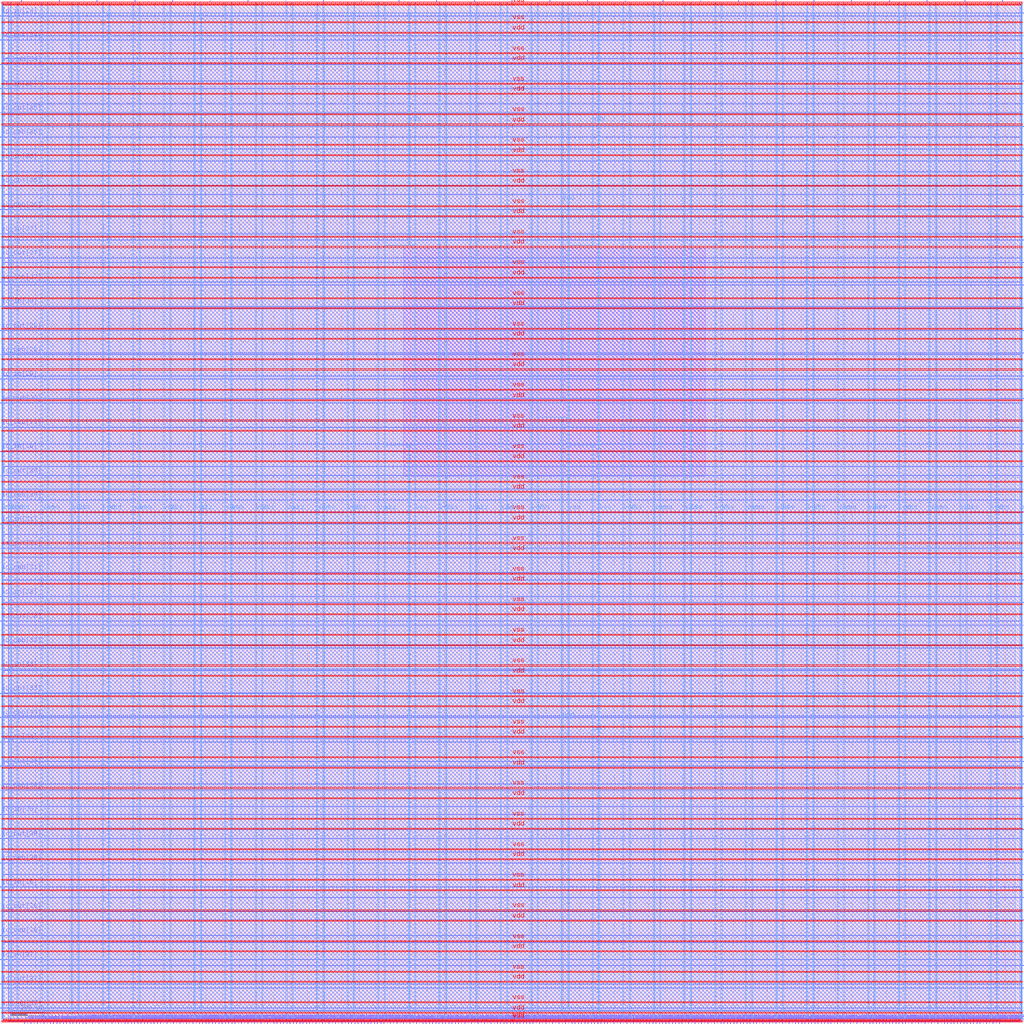
<source format=lef>
VERSION 5.7 ;
  NOWIREEXTENSIONATPIN ON ;
  DIVIDERCHAR "/" ;
  BUSBITCHARS "[]" ;
MACRO user_project_wrapper
  CLASS BLOCK ;
  FOREIGN user_project_wrapper ;
  ORIGIN 0.000 0.000 ;
  SIZE 3000.000 BY 3000.000 ;
  PIN io_in[0]
    DIRECTION INPUT ;
    USE SIGNAL ;
    PORT
      LAYER Metal3 ;
        RECT 2997.600 33.320 3004.800 34.440 ;
    END
  END io_in[0]
  PIN io_in[10]
    DIRECTION INPUT ;
    USE SIGNAL ;
    PORT
      LAYER Metal3 ;
        RECT 2997.600 2032.520 3004.800 2033.640 ;
    END
  END io_in[10]
  PIN io_in[11]
    DIRECTION INPUT ;
    USE SIGNAL ;
    PORT
      LAYER Metal3 ;
        RECT 2997.600 2232.440 3004.800 2233.560 ;
    END
  END io_in[11]
  PIN io_in[12]
    DIRECTION INPUT ;
    USE SIGNAL ;
    PORT
      LAYER Metal3 ;
        RECT 2997.600 2432.360 3004.800 2433.480 ;
    END
  END io_in[12]
  PIN io_in[13]
    DIRECTION INPUT ;
    USE SIGNAL ;
    PORT
      LAYER Metal3 ;
        RECT 2997.600 2632.280 3004.800 2633.400 ;
    END
  END io_in[13]
  PIN io_in[14]
    DIRECTION INPUT ;
    USE SIGNAL ;
    PORT
      LAYER Metal3 ;
        RECT 2997.600 2832.200 3004.800 2833.320 ;
    END
  END io_in[14]
  PIN io_in[15]
    DIRECTION INPUT ;
    USE SIGNAL ;
    PORT
      LAYER Metal2 ;
        RECT 2940.840 2997.600 2941.960 3004.800 ;
    END
  END io_in[15]
  PIN io_in[16]
    DIRECTION INPUT ;
    USE SIGNAL ;
    PORT
      LAYER Metal2 ;
        RECT 2608.200 2997.600 2609.320 3004.800 ;
    END
  END io_in[16]
  PIN io_in[17]
    DIRECTION INPUT ;
    USE SIGNAL ;
    PORT
      LAYER Metal2 ;
        RECT 2275.560 2997.600 2276.680 3004.800 ;
    END
  END io_in[17]
  PIN io_in[18]
    DIRECTION INPUT ;
    USE SIGNAL ;
    PORT
      LAYER Metal2 ;
        RECT 1942.920 2997.600 1944.040 3004.800 ;
    END
  END io_in[18]
  PIN io_in[19]
    DIRECTION INPUT ;
    USE SIGNAL ;
    PORT
      LAYER Metal2 ;
        RECT 1610.280 2997.600 1611.400 3004.800 ;
    END
  END io_in[19]
  PIN io_in[1]
    DIRECTION INPUT ;
    USE SIGNAL ;
    PORT
      LAYER Metal3 ;
        RECT 2997.600 233.240 3004.800 234.360 ;
    END
  END io_in[1]
  PIN io_in[20]
    DIRECTION INPUT ;
    USE SIGNAL ;
    PORT
      LAYER Metal2 ;
        RECT 1277.640 2997.600 1278.760 3004.800 ;
    END
  END io_in[20]
  PIN io_in[21]
    DIRECTION INPUT ;
    USE SIGNAL ;
    PORT
      LAYER Metal2 ;
        RECT 945.000 2997.600 946.120 3004.800 ;
    END
  END io_in[21]
  PIN io_in[22]
    DIRECTION INPUT ;
    USE SIGNAL ;
    PORT
      LAYER Metal2 ;
        RECT 612.360 2997.600 613.480 3004.800 ;
    END
  END io_in[22]
  PIN io_in[23]
    DIRECTION INPUT ;
    USE SIGNAL ;
    PORT
      LAYER Metal2 ;
        RECT 279.720 2997.600 280.840 3004.800 ;
    END
  END io_in[23]
  PIN io_in[24]
    DIRECTION INPUT ;
    USE SIGNAL ;
    PORT
      LAYER Metal3 ;
        RECT -4.800 2957.080 2.400 2958.200 ;
    END
  END io_in[24]
  PIN io_in[25]
    DIRECTION INPUT ;
    USE SIGNAL ;
    PORT
      LAYER Metal3 ;
        RECT -4.800 2743.720 2.400 2744.840 ;
    END
  END io_in[25]
  PIN io_in[26]
    DIRECTION INPUT ;
    USE SIGNAL ;
    PORT
      LAYER Metal3 ;
        RECT -4.800 2530.360 2.400 2531.480 ;
    END
  END io_in[26]
  PIN io_in[27]
    DIRECTION INPUT ;
    USE SIGNAL ;
    PORT
      LAYER Metal3 ;
        RECT -4.800 2317.000 2.400 2318.120 ;
    END
  END io_in[27]
  PIN io_in[28]
    DIRECTION INPUT ;
    USE SIGNAL ;
    PORT
      LAYER Metal3 ;
        RECT -4.800 2103.640 2.400 2104.760 ;
    END
  END io_in[28]
  PIN io_in[29]
    DIRECTION INPUT ;
    USE SIGNAL ;
    PORT
      LAYER Metal3 ;
        RECT -4.800 1890.280 2.400 1891.400 ;
    END
  END io_in[29]
  PIN io_in[2]
    DIRECTION INPUT ;
    USE SIGNAL ;
    PORT
      LAYER Metal3 ;
        RECT 2997.600 433.160 3004.800 434.280 ;
    END
  END io_in[2]
  PIN io_in[30]
    DIRECTION INPUT ;
    USE SIGNAL ;
    PORT
      LAYER Metal3 ;
        RECT -4.800 1676.920 2.400 1678.040 ;
    END
  END io_in[30]
  PIN io_in[31]
    DIRECTION INPUT ;
    USE SIGNAL ;
    PORT
      LAYER Metal3 ;
        RECT -4.800 1463.560 2.400 1464.680 ;
    END
  END io_in[31]
  PIN io_in[32]
    DIRECTION INPUT ;
    USE SIGNAL ;
    PORT
      LAYER Metal3 ;
        RECT -4.800 1250.200 2.400 1251.320 ;
    END
  END io_in[32]
  PIN io_in[33]
    DIRECTION INPUT ;
    USE SIGNAL ;
    PORT
      LAYER Metal3 ;
        RECT -4.800 1036.840 2.400 1037.960 ;
    END
  END io_in[33]
  PIN io_in[34]
    DIRECTION INPUT ;
    USE SIGNAL ;
    PORT
      LAYER Metal3 ;
        RECT -4.800 823.480 2.400 824.600 ;
    END
  END io_in[34]
  PIN io_in[35]
    DIRECTION INPUT ;
    USE SIGNAL ;
    PORT
      LAYER Metal3 ;
        RECT -4.800 610.120 2.400 611.240 ;
    END
  END io_in[35]
  PIN io_in[36]
    DIRECTION INPUT ;
    USE SIGNAL ;
    PORT
      LAYER Metal3 ;
        RECT -4.800 396.760 2.400 397.880 ;
    END
  END io_in[36]
  PIN io_in[37]
    DIRECTION INPUT ;
    USE SIGNAL ;
    PORT
      LAYER Metal3 ;
        RECT -4.800 183.400 2.400 184.520 ;
    END
  END io_in[37]
  PIN io_in[3]
    DIRECTION INPUT ;
    USE SIGNAL ;
    PORT
      LAYER Metal3 ;
        RECT 2997.600 633.080 3004.800 634.200 ;
    END
  END io_in[3]
  PIN io_in[4]
    DIRECTION INPUT ;
    USE SIGNAL ;
    PORT
      LAYER Metal3 ;
        RECT 2997.600 833.000 3004.800 834.120 ;
    END
  END io_in[4]
  PIN io_in[5]
    DIRECTION INPUT ;
    USE SIGNAL ;
    PORT
      LAYER Metal3 ;
        RECT 2997.600 1032.920 3004.800 1034.040 ;
    END
  END io_in[5]
  PIN io_in[6]
    DIRECTION INPUT ;
    USE SIGNAL ;
    PORT
      LAYER Metal3 ;
        RECT 2997.600 1232.840 3004.800 1233.960 ;
    END
  END io_in[6]
  PIN io_in[7]
    DIRECTION INPUT ;
    USE SIGNAL ;
    PORT
      LAYER Metal3 ;
        RECT 2997.600 1432.760 3004.800 1433.880 ;
    END
  END io_in[7]
  PIN io_in[8]
    DIRECTION INPUT ;
    USE SIGNAL ;
    PORT
      LAYER Metal3 ;
        RECT 2997.600 1632.680 3004.800 1633.800 ;
    END
  END io_in[8]
  PIN io_in[9]
    DIRECTION INPUT ;
    USE SIGNAL ;
    PORT
      LAYER Metal3 ;
        RECT 2997.600 1832.600 3004.800 1833.720 ;
    END
  END io_in[9]
  PIN io_oeb[0]
    DIRECTION OUTPUT TRISTATE ;
    USE SIGNAL ;
    PORT
      LAYER Metal3 ;
        RECT 2997.600 166.600 3004.800 167.720 ;
    END
  END io_oeb[0]
  PIN io_oeb[10]
    DIRECTION OUTPUT TRISTATE ;
    USE SIGNAL ;
    PORT
      LAYER Metal3 ;
        RECT 2997.600 2165.800 3004.800 2166.920 ;
    END
  END io_oeb[10]
  PIN io_oeb[11]
    DIRECTION OUTPUT TRISTATE ;
    USE SIGNAL ;
    PORT
      LAYER Metal3 ;
        RECT 2997.600 2365.720 3004.800 2366.840 ;
    END
  END io_oeb[11]
  PIN io_oeb[12]
    DIRECTION OUTPUT TRISTATE ;
    USE SIGNAL ;
    PORT
      LAYER Metal3 ;
        RECT 2997.600 2565.640 3004.800 2566.760 ;
    END
  END io_oeb[12]
  PIN io_oeb[13]
    DIRECTION OUTPUT TRISTATE ;
    USE SIGNAL ;
    PORT
      LAYER Metal3 ;
        RECT 2997.600 2765.560 3004.800 2766.680 ;
    END
  END io_oeb[13]
  PIN io_oeb[14]
    DIRECTION OUTPUT TRISTATE ;
    USE SIGNAL ;
    PORT
      LAYER Metal3 ;
        RECT 2997.600 2965.480 3004.800 2966.600 ;
    END
  END io_oeb[14]
  PIN io_oeb[15]
    DIRECTION OUTPUT TRISTATE ;
    USE SIGNAL ;
    PORT
      LAYER Metal2 ;
        RECT 2719.080 2997.600 2720.200 3004.800 ;
    END
  END io_oeb[15]
  PIN io_oeb[16]
    DIRECTION OUTPUT TRISTATE ;
    USE SIGNAL ;
    PORT
      LAYER Metal2 ;
        RECT 2386.440 2997.600 2387.560 3004.800 ;
    END
  END io_oeb[16]
  PIN io_oeb[17]
    DIRECTION OUTPUT TRISTATE ;
    USE SIGNAL ;
    PORT
      LAYER Metal2 ;
        RECT 2053.800 2997.600 2054.920 3004.800 ;
    END
  END io_oeb[17]
  PIN io_oeb[18]
    DIRECTION OUTPUT TRISTATE ;
    USE SIGNAL ;
    PORT
      LAYER Metal2 ;
        RECT 1721.160 2997.600 1722.280 3004.800 ;
    END
  END io_oeb[18]
  PIN io_oeb[19]
    DIRECTION OUTPUT TRISTATE ;
    USE SIGNAL ;
    PORT
      LAYER Metal2 ;
        RECT 1388.520 2997.600 1389.640 3004.800 ;
    END
  END io_oeb[19]
  PIN io_oeb[1]
    DIRECTION OUTPUT TRISTATE ;
    USE SIGNAL ;
    PORT
      LAYER Metal3 ;
        RECT 2997.600 366.520 3004.800 367.640 ;
    END
  END io_oeb[1]
  PIN io_oeb[20]
    DIRECTION OUTPUT TRISTATE ;
    USE SIGNAL ;
    PORT
      LAYER Metal2 ;
        RECT 1055.880 2997.600 1057.000 3004.800 ;
    END
  END io_oeb[20]
  PIN io_oeb[21]
    DIRECTION OUTPUT TRISTATE ;
    USE SIGNAL ;
    PORT
      LAYER Metal2 ;
        RECT 723.240 2997.600 724.360 3004.800 ;
    END
  END io_oeb[21]
  PIN io_oeb[22]
    DIRECTION OUTPUT TRISTATE ;
    USE SIGNAL ;
    PORT
      LAYER Metal2 ;
        RECT 390.600 2997.600 391.720 3004.800 ;
    END
  END io_oeb[22]
  PIN io_oeb[23]
    DIRECTION OUTPUT TRISTATE ;
    USE SIGNAL ;
    PORT
      LAYER Metal2 ;
        RECT 57.960 2997.600 59.080 3004.800 ;
    END
  END io_oeb[23]
  PIN io_oeb[24]
    DIRECTION OUTPUT TRISTATE ;
    USE SIGNAL ;
    PORT
      LAYER Metal3 ;
        RECT -4.800 2814.840 2.400 2815.960 ;
    END
  END io_oeb[24]
  PIN io_oeb[25]
    DIRECTION OUTPUT TRISTATE ;
    USE SIGNAL ;
    PORT
      LAYER Metal3 ;
        RECT -4.800 2601.480 2.400 2602.600 ;
    END
  END io_oeb[25]
  PIN io_oeb[26]
    DIRECTION OUTPUT TRISTATE ;
    USE SIGNAL ;
    PORT
      LAYER Metal3 ;
        RECT -4.800 2388.120 2.400 2389.240 ;
    END
  END io_oeb[26]
  PIN io_oeb[27]
    DIRECTION OUTPUT TRISTATE ;
    USE SIGNAL ;
    PORT
      LAYER Metal3 ;
        RECT -4.800 2174.760 2.400 2175.880 ;
    END
  END io_oeb[27]
  PIN io_oeb[28]
    DIRECTION OUTPUT TRISTATE ;
    USE SIGNAL ;
    PORT
      LAYER Metal3 ;
        RECT -4.800 1961.400 2.400 1962.520 ;
    END
  END io_oeb[28]
  PIN io_oeb[29]
    DIRECTION OUTPUT TRISTATE ;
    USE SIGNAL ;
    PORT
      LAYER Metal3 ;
        RECT -4.800 1748.040 2.400 1749.160 ;
    END
  END io_oeb[29]
  PIN io_oeb[2]
    DIRECTION OUTPUT TRISTATE ;
    USE SIGNAL ;
    PORT
      LAYER Metal3 ;
        RECT 2997.600 566.440 3004.800 567.560 ;
    END
  END io_oeb[2]
  PIN io_oeb[30]
    DIRECTION OUTPUT TRISTATE ;
    USE SIGNAL ;
    PORT
      LAYER Metal3 ;
        RECT -4.800 1534.680 2.400 1535.800 ;
    END
  END io_oeb[30]
  PIN io_oeb[31]
    DIRECTION OUTPUT TRISTATE ;
    USE SIGNAL ;
    PORT
      LAYER Metal3 ;
        RECT -4.800 1321.320 2.400 1322.440 ;
    END
  END io_oeb[31]
  PIN io_oeb[32]
    DIRECTION OUTPUT TRISTATE ;
    USE SIGNAL ;
    PORT
      LAYER Metal3 ;
        RECT -4.800 1107.960 2.400 1109.080 ;
    END
  END io_oeb[32]
  PIN io_oeb[33]
    DIRECTION OUTPUT TRISTATE ;
    USE SIGNAL ;
    PORT
      LAYER Metal3 ;
        RECT -4.800 894.600 2.400 895.720 ;
    END
  END io_oeb[33]
  PIN io_oeb[34]
    DIRECTION OUTPUT TRISTATE ;
    USE SIGNAL ;
    PORT
      LAYER Metal3 ;
        RECT -4.800 681.240 2.400 682.360 ;
    END
  END io_oeb[34]
  PIN io_oeb[35]
    DIRECTION OUTPUT TRISTATE ;
    USE SIGNAL ;
    PORT
      LAYER Metal3 ;
        RECT -4.800 467.880 2.400 469.000 ;
    END
  END io_oeb[35]
  PIN io_oeb[36]
    DIRECTION OUTPUT TRISTATE ;
    USE SIGNAL ;
    PORT
      LAYER Metal3 ;
        RECT -4.800 254.520 2.400 255.640 ;
    END
  END io_oeb[36]
  PIN io_oeb[37]
    DIRECTION OUTPUT TRISTATE ;
    USE SIGNAL ;
    PORT
      LAYER Metal3 ;
        RECT -4.800 41.160 2.400 42.280 ;
    END
  END io_oeb[37]
  PIN io_oeb[3]
    DIRECTION OUTPUT TRISTATE ;
    USE SIGNAL ;
    PORT
      LAYER Metal3 ;
        RECT 2997.600 766.360 3004.800 767.480 ;
    END
  END io_oeb[3]
  PIN io_oeb[4]
    DIRECTION OUTPUT TRISTATE ;
    USE SIGNAL ;
    PORT
      LAYER Metal3 ;
        RECT 2997.600 966.280 3004.800 967.400 ;
    END
  END io_oeb[4]
  PIN io_oeb[5]
    DIRECTION OUTPUT TRISTATE ;
    USE SIGNAL ;
    PORT
      LAYER Metal3 ;
        RECT 2997.600 1166.200 3004.800 1167.320 ;
    END
  END io_oeb[5]
  PIN io_oeb[6]
    DIRECTION OUTPUT TRISTATE ;
    USE SIGNAL ;
    PORT
      LAYER Metal3 ;
        RECT 2997.600 1366.120 3004.800 1367.240 ;
    END
  END io_oeb[6]
  PIN io_oeb[7]
    DIRECTION OUTPUT TRISTATE ;
    USE SIGNAL ;
    PORT
      LAYER Metal3 ;
        RECT 2997.600 1566.040 3004.800 1567.160 ;
    END
  END io_oeb[7]
  PIN io_oeb[8]
    DIRECTION OUTPUT TRISTATE ;
    USE SIGNAL ;
    PORT
      LAYER Metal3 ;
        RECT 2997.600 1765.960 3004.800 1767.080 ;
    END
  END io_oeb[8]
  PIN io_oeb[9]
    DIRECTION OUTPUT TRISTATE ;
    USE SIGNAL ;
    PORT
      LAYER Metal3 ;
        RECT 2997.600 1965.880 3004.800 1967.000 ;
    END
  END io_oeb[9]
  PIN io_out[0]
    DIRECTION OUTPUT TRISTATE ;
    USE SIGNAL ;
    PORT
      LAYER Metal3 ;
        RECT 2997.600 99.960 3004.800 101.080 ;
    END
  END io_out[0]
  PIN io_out[10]
    DIRECTION OUTPUT TRISTATE ;
    USE SIGNAL ;
    PORT
      LAYER Metal3 ;
        RECT 2997.600 2099.160 3004.800 2100.280 ;
    END
  END io_out[10]
  PIN io_out[11]
    DIRECTION OUTPUT TRISTATE ;
    USE SIGNAL ;
    PORT
      LAYER Metal3 ;
        RECT 2997.600 2299.080 3004.800 2300.200 ;
    END
  END io_out[11]
  PIN io_out[12]
    DIRECTION OUTPUT TRISTATE ;
    USE SIGNAL ;
    PORT
      LAYER Metal3 ;
        RECT 2997.600 2499.000 3004.800 2500.120 ;
    END
  END io_out[12]
  PIN io_out[13]
    DIRECTION OUTPUT TRISTATE ;
    USE SIGNAL ;
    PORT
      LAYER Metal3 ;
        RECT 2997.600 2698.920 3004.800 2700.040 ;
    END
  END io_out[13]
  PIN io_out[14]
    DIRECTION OUTPUT TRISTATE ;
    USE SIGNAL ;
    PORT
      LAYER Metal3 ;
        RECT 2997.600 2898.840 3004.800 2899.960 ;
    END
  END io_out[14]
  PIN io_out[15]
    DIRECTION OUTPUT TRISTATE ;
    USE SIGNAL ;
    PORT
      LAYER Metal2 ;
        RECT 2829.960 2997.600 2831.080 3004.800 ;
    END
  END io_out[15]
  PIN io_out[16]
    DIRECTION OUTPUT TRISTATE ;
    USE SIGNAL ;
    PORT
      LAYER Metal2 ;
        RECT 2497.320 2997.600 2498.440 3004.800 ;
    END
  END io_out[16]
  PIN io_out[17]
    DIRECTION OUTPUT TRISTATE ;
    USE SIGNAL ;
    PORT
      LAYER Metal2 ;
        RECT 2164.680 2997.600 2165.800 3004.800 ;
    END
  END io_out[17]
  PIN io_out[18]
    DIRECTION OUTPUT TRISTATE ;
    USE SIGNAL ;
    PORT
      LAYER Metal2 ;
        RECT 1832.040 2997.600 1833.160 3004.800 ;
    END
  END io_out[18]
  PIN io_out[19]
    DIRECTION OUTPUT TRISTATE ;
    USE SIGNAL ;
    PORT
      LAYER Metal2 ;
        RECT 1499.400 2997.600 1500.520 3004.800 ;
    END
  END io_out[19]
  PIN io_out[1]
    DIRECTION OUTPUT TRISTATE ;
    USE SIGNAL ;
    PORT
      LAYER Metal3 ;
        RECT 2997.600 299.880 3004.800 301.000 ;
    END
  END io_out[1]
  PIN io_out[20]
    DIRECTION OUTPUT TRISTATE ;
    USE SIGNAL ;
    PORT
      LAYER Metal2 ;
        RECT 1166.760 2997.600 1167.880 3004.800 ;
    END
  END io_out[20]
  PIN io_out[21]
    DIRECTION OUTPUT TRISTATE ;
    USE SIGNAL ;
    PORT
      LAYER Metal2 ;
        RECT 834.120 2997.600 835.240 3004.800 ;
    END
  END io_out[21]
  PIN io_out[22]
    DIRECTION OUTPUT TRISTATE ;
    USE SIGNAL ;
    PORT
      LAYER Metal2 ;
        RECT 501.480 2997.600 502.600 3004.800 ;
    END
  END io_out[22]
  PIN io_out[23]
    DIRECTION OUTPUT TRISTATE ;
    USE SIGNAL ;
    PORT
      LAYER Metal2 ;
        RECT 168.840 2997.600 169.960 3004.800 ;
    END
  END io_out[23]
  PIN io_out[24]
    DIRECTION OUTPUT TRISTATE ;
    USE SIGNAL ;
    PORT
      LAYER Metal3 ;
        RECT -4.800 2885.960 2.400 2887.080 ;
    END
  END io_out[24]
  PIN io_out[25]
    DIRECTION OUTPUT TRISTATE ;
    USE SIGNAL ;
    PORT
      LAYER Metal3 ;
        RECT -4.800 2672.600 2.400 2673.720 ;
    END
  END io_out[25]
  PIN io_out[26]
    DIRECTION OUTPUT TRISTATE ;
    USE SIGNAL ;
    PORT
      LAYER Metal3 ;
        RECT -4.800 2459.240 2.400 2460.360 ;
    END
  END io_out[26]
  PIN io_out[27]
    DIRECTION OUTPUT TRISTATE ;
    USE SIGNAL ;
    PORT
      LAYER Metal3 ;
        RECT -4.800 2245.880 2.400 2247.000 ;
    END
  END io_out[27]
  PIN io_out[28]
    DIRECTION OUTPUT TRISTATE ;
    USE SIGNAL ;
    PORT
      LAYER Metal3 ;
        RECT -4.800 2032.520 2.400 2033.640 ;
    END
  END io_out[28]
  PIN io_out[29]
    DIRECTION OUTPUT TRISTATE ;
    USE SIGNAL ;
    PORT
      LAYER Metal3 ;
        RECT -4.800 1819.160 2.400 1820.280 ;
    END
  END io_out[29]
  PIN io_out[2]
    DIRECTION OUTPUT TRISTATE ;
    USE SIGNAL ;
    PORT
      LAYER Metal3 ;
        RECT 2997.600 499.800 3004.800 500.920 ;
    END
  END io_out[2]
  PIN io_out[30]
    DIRECTION OUTPUT TRISTATE ;
    USE SIGNAL ;
    PORT
      LAYER Metal3 ;
        RECT -4.800 1605.800 2.400 1606.920 ;
    END
  END io_out[30]
  PIN io_out[31]
    DIRECTION OUTPUT TRISTATE ;
    USE SIGNAL ;
    PORT
      LAYER Metal3 ;
        RECT -4.800 1392.440 2.400 1393.560 ;
    END
  END io_out[31]
  PIN io_out[32]
    DIRECTION OUTPUT TRISTATE ;
    USE SIGNAL ;
    PORT
      LAYER Metal3 ;
        RECT -4.800 1179.080 2.400 1180.200 ;
    END
  END io_out[32]
  PIN io_out[33]
    DIRECTION OUTPUT TRISTATE ;
    USE SIGNAL ;
    PORT
      LAYER Metal3 ;
        RECT -4.800 965.720 2.400 966.840 ;
    END
  END io_out[33]
  PIN io_out[34]
    DIRECTION OUTPUT TRISTATE ;
    USE SIGNAL ;
    PORT
      LAYER Metal3 ;
        RECT -4.800 752.360 2.400 753.480 ;
    END
  END io_out[34]
  PIN io_out[35]
    DIRECTION OUTPUT TRISTATE ;
    USE SIGNAL ;
    PORT
      LAYER Metal3 ;
        RECT -4.800 539.000 2.400 540.120 ;
    END
  END io_out[35]
  PIN io_out[36]
    DIRECTION OUTPUT TRISTATE ;
    USE SIGNAL ;
    PORT
      LAYER Metal3 ;
        RECT -4.800 325.640 2.400 326.760 ;
    END
  END io_out[36]
  PIN io_out[37]
    DIRECTION OUTPUT TRISTATE ;
    USE SIGNAL ;
    PORT
      LAYER Metal3 ;
        RECT -4.800 112.280 2.400 113.400 ;
    END
  END io_out[37]
  PIN io_out[3]
    DIRECTION OUTPUT TRISTATE ;
    USE SIGNAL ;
    PORT
      LAYER Metal3 ;
        RECT 2997.600 699.720 3004.800 700.840 ;
    END
  END io_out[3]
  PIN io_out[4]
    DIRECTION OUTPUT TRISTATE ;
    USE SIGNAL ;
    PORT
      LAYER Metal3 ;
        RECT 2997.600 899.640 3004.800 900.760 ;
    END
  END io_out[4]
  PIN io_out[5]
    DIRECTION OUTPUT TRISTATE ;
    USE SIGNAL ;
    PORT
      LAYER Metal3 ;
        RECT 2997.600 1099.560 3004.800 1100.680 ;
    END
  END io_out[5]
  PIN io_out[6]
    DIRECTION OUTPUT TRISTATE ;
    USE SIGNAL ;
    PORT
      LAYER Metal3 ;
        RECT 2997.600 1299.480 3004.800 1300.600 ;
    END
  END io_out[6]
  PIN io_out[7]
    DIRECTION OUTPUT TRISTATE ;
    USE SIGNAL ;
    PORT
      LAYER Metal3 ;
        RECT 2997.600 1499.400 3004.800 1500.520 ;
    END
  END io_out[7]
  PIN io_out[8]
    DIRECTION OUTPUT TRISTATE ;
    USE SIGNAL ;
    PORT
      LAYER Metal3 ;
        RECT 2997.600 1699.320 3004.800 1700.440 ;
    END
  END io_out[8]
  PIN io_out[9]
    DIRECTION OUTPUT TRISTATE ;
    USE SIGNAL ;
    PORT
      LAYER Metal3 ;
        RECT 2997.600 1899.240 3004.800 1900.360 ;
    END
  END io_out[9]
  PIN la_data_in[0]
    DIRECTION INPUT ;
    USE SIGNAL ;
    PORT
      LAYER Metal2 ;
        RECT 1075.480 -4.800 1076.600 2.400 ;
    END
  END la_data_in[0]
  PIN la_data_in[10]
    DIRECTION INPUT ;
    USE SIGNAL ;
    PORT
      LAYER Metal2 ;
        RECT 1361.080 -4.800 1362.200 2.400 ;
    END
  END la_data_in[10]
  PIN la_data_in[11]
    DIRECTION INPUT ;
    USE SIGNAL ;
    PORT
      LAYER Metal2 ;
        RECT 1389.640 -4.800 1390.760 2.400 ;
    END
  END la_data_in[11]
  PIN la_data_in[12]
    DIRECTION INPUT ;
    USE SIGNAL ;
    PORT
      LAYER Metal2 ;
        RECT 1418.200 -4.800 1419.320 2.400 ;
    END
  END la_data_in[12]
  PIN la_data_in[13]
    DIRECTION INPUT ;
    USE SIGNAL ;
    PORT
      LAYER Metal2 ;
        RECT 1446.760 -4.800 1447.880 2.400 ;
    END
  END la_data_in[13]
  PIN la_data_in[14]
    DIRECTION INPUT ;
    USE SIGNAL ;
    PORT
      LAYER Metal2 ;
        RECT 1475.320 -4.800 1476.440 2.400 ;
    END
  END la_data_in[14]
  PIN la_data_in[15]
    DIRECTION INPUT ;
    USE SIGNAL ;
    PORT
      LAYER Metal2 ;
        RECT 1503.880 -4.800 1505.000 2.400 ;
    END
  END la_data_in[15]
  PIN la_data_in[16]
    DIRECTION INPUT ;
    USE SIGNAL ;
    PORT
      LAYER Metal2 ;
        RECT 1532.440 -4.800 1533.560 2.400 ;
    END
  END la_data_in[16]
  PIN la_data_in[17]
    DIRECTION INPUT ;
    USE SIGNAL ;
    PORT
      LAYER Metal2 ;
        RECT 1561.000 -4.800 1562.120 2.400 ;
    END
  END la_data_in[17]
  PIN la_data_in[18]
    DIRECTION INPUT ;
    USE SIGNAL ;
    PORT
      LAYER Metal2 ;
        RECT 1589.560 -4.800 1590.680 2.400 ;
    END
  END la_data_in[18]
  PIN la_data_in[19]
    DIRECTION INPUT ;
    USE SIGNAL ;
    PORT
      LAYER Metal2 ;
        RECT 1618.120 -4.800 1619.240 2.400 ;
    END
  END la_data_in[19]
  PIN la_data_in[1]
    DIRECTION INPUT ;
    USE SIGNAL ;
    PORT
      LAYER Metal2 ;
        RECT 1104.040 -4.800 1105.160 2.400 ;
    END
  END la_data_in[1]
  PIN la_data_in[20]
    DIRECTION INPUT ;
    USE SIGNAL ;
    PORT
      LAYER Metal2 ;
        RECT 1646.680 -4.800 1647.800 2.400 ;
    END
  END la_data_in[20]
  PIN la_data_in[21]
    DIRECTION INPUT ;
    USE SIGNAL ;
    PORT
      LAYER Metal2 ;
        RECT 1675.240 -4.800 1676.360 2.400 ;
    END
  END la_data_in[21]
  PIN la_data_in[22]
    DIRECTION INPUT ;
    USE SIGNAL ;
    PORT
      LAYER Metal2 ;
        RECT 1703.800 -4.800 1704.920 2.400 ;
    END
  END la_data_in[22]
  PIN la_data_in[23]
    DIRECTION INPUT ;
    USE SIGNAL ;
    PORT
      LAYER Metal2 ;
        RECT 1732.360 -4.800 1733.480 2.400 ;
    END
  END la_data_in[23]
  PIN la_data_in[24]
    DIRECTION INPUT ;
    USE SIGNAL ;
    PORT
      LAYER Metal2 ;
        RECT 1760.920 -4.800 1762.040 2.400 ;
    END
  END la_data_in[24]
  PIN la_data_in[25]
    DIRECTION INPUT ;
    USE SIGNAL ;
    PORT
      LAYER Metal2 ;
        RECT 1789.480 -4.800 1790.600 2.400 ;
    END
  END la_data_in[25]
  PIN la_data_in[26]
    DIRECTION INPUT ;
    USE SIGNAL ;
    PORT
      LAYER Metal2 ;
        RECT 1818.040 -4.800 1819.160 2.400 ;
    END
  END la_data_in[26]
  PIN la_data_in[27]
    DIRECTION INPUT ;
    USE SIGNAL ;
    PORT
      LAYER Metal2 ;
        RECT 1846.600 -4.800 1847.720 2.400 ;
    END
  END la_data_in[27]
  PIN la_data_in[28]
    DIRECTION INPUT ;
    USE SIGNAL ;
    PORT
      LAYER Metal2 ;
        RECT 1875.160 -4.800 1876.280 2.400 ;
    END
  END la_data_in[28]
  PIN la_data_in[29]
    DIRECTION INPUT ;
    USE SIGNAL ;
    PORT
      LAYER Metal2 ;
        RECT 1903.720 -4.800 1904.840 2.400 ;
    END
  END la_data_in[29]
  PIN la_data_in[2]
    DIRECTION INPUT ;
    USE SIGNAL ;
    PORT
      LAYER Metal2 ;
        RECT 1132.600 -4.800 1133.720 2.400 ;
    END
  END la_data_in[2]
  PIN la_data_in[30]
    DIRECTION INPUT ;
    USE SIGNAL ;
    PORT
      LAYER Metal2 ;
        RECT 1932.280 -4.800 1933.400 2.400 ;
    END
  END la_data_in[30]
  PIN la_data_in[31]
    DIRECTION INPUT ;
    USE SIGNAL ;
    PORT
      LAYER Metal2 ;
        RECT 1960.840 -4.800 1961.960 2.400 ;
    END
  END la_data_in[31]
  PIN la_data_in[32]
    DIRECTION INPUT ;
    USE SIGNAL ;
    PORT
      LAYER Metal2 ;
        RECT 1989.400 -4.800 1990.520 2.400 ;
    END
  END la_data_in[32]
  PIN la_data_in[33]
    DIRECTION INPUT ;
    USE SIGNAL ;
    PORT
      LAYER Metal2 ;
        RECT 2017.960 -4.800 2019.080 2.400 ;
    END
  END la_data_in[33]
  PIN la_data_in[34]
    DIRECTION INPUT ;
    USE SIGNAL ;
    PORT
      LAYER Metal2 ;
        RECT 2046.520 -4.800 2047.640 2.400 ;
    END
  END la_data_in[34]
  PIN la_data_in[35]
    DIRECTION INPUT ;
    USE SIGNAL ;
    PORT
      LAYER Metal2 ;
        RECT 2075.080 -4.800 2076.200 2.400 ;
    END
  END la_data_in[35]
  PIN la_data_in[36]
    DIRECTION INPUT ;
    USE SIGNAL ;
    PORT
      LAYER Metal2 ;
        RECT 2103.640 -4.800 2104.760 2.400 ;
    END
  END la_data_in[36]
  PIN la_data_in[37]
    DIRECTION INPUT ;
    USE SIGNAL ;
    PORT
      LAYER Metal2 ;
        RECT 2132.200 -4.800 2133.320 2.400 ;
    END
  END la_data_in[37]
  PIN la_data_in[38]
    DIRECTION INPUT ;
    USE SIGNAL ;
    PORT
      LAYER Metal2 ;
        RECT 2160.760 -4.800 2161.880 2.400 ;
    END
  END la_data_in[38]
  PIN la_data_in[39]
    DIRECTION INPUT ;
    USE SIGNAL ;
    PORT
      LAYER Metal2 ;
        RECT 2189.320 -4.800 2190.440 2.400 ;
    END
  END la_data_in[39]
  PIN la_data_in[3]
    DIRECTION INPUT ;
    USE SIGNAL ;
    PORT
      LAYER Metal2 ;
        RECT 1161.160 -4.800 1162.280 2.400 ;
    END
  END la_data_in[3]
  PIN la_data_in[40]
    DIRECTION INPUT ;
    USE SIGNAL ;
    PORT
      LAYER Metal2 ;
        RECT 2217.880 -4.800 2219.000 2.400 ;
    END
  END la_data_in[40]
  PIN la_data_in[41]
    DIRECTION INPUT ;
    USE SIGNAL ;
    PORT
      LAYER Metal2 ;
        RECT 2246.440 -4.800 2247.560 2.400 ;
    END
  END la_data_in[41]
  PIN la_data_in[42]
    DIRECTION INPUT ;
    USE SIGNAL ;
    PORT
      LAYER Metal2 ;
        RECT 2275.000 -4.800 2276.120 2.400 ;
    END
  END la_data_in[42]
  PIN la_data_in[43]
    DIRECTION INPUT ;
    USE SIGNAL ;
    PORT
      LAYER Metal2 ;
        RECT 2303.560 -4.800 2304.680 2.400 ;
    END
  END la_data_in[43]
  PIN la_data_in[44]
    DIRECTION INPUT ;
    USE SIGNAL ;
    PORT
      LAYER Metal2 ;
        RECT 2332.120 -4.800 2333.240 2.400 ;
    END
  END la_data_in[44]
  PIN la_data_in[45]
    DIRECTION INPUT ;
    USE SIGNAL ;
    PORT
      LAYER Metal2 ;
        RECT 2360.680 -4.800 2361.800 2.400 ;
    END
  END la_data_in[45]
  PIN la_data_in[46]
    DIRECTION INPUT ;
    USE SIGNAL ;
    PORT
      LAYER Metal2 ;
        RECT 2389.240 -4.800 2390.360 2.400 ;
    END
  END la_data_in[46]
  PIN la_data_in[47]
    DIRECTION INPUT ;
    USE SIGNAL ;
    PORT
      LAYER Metal2 ;
        RECT 2417.800 -4.800 2418.920 2.400 ;
    END
  END la_data_in[47]
  PIN la_data_in[48]
    DIRECTION INPUT ;
    USE SIGNAL ;
    PORT
      LAYER Metal2 ;
        RECT 2446.360 -4.800 2447.480 2.400 ;
    END
  END la_data_in[48]
  PIN la_data_in[49]
    DIRECTION INPUT ;
    USE SIGNAL ;
    PORT
      LAYER Metal2 ;
        RECT 2474.920 -4.800 2476.040 2.400 ;
    END
  END la_data_in[49]
  PIN la_data_in[4]
    DIRECTION INPUT ;
    USE SIGNAL ;
    PORT
      LAYER Metal2 ;
        RECT 1189.720 -4.800 1190.840 2.400 ;
    END
  END la_data_in[4]
  PIN la_data_in[50]
    DIRECTION INPUT ;
    USE SIGNAL ;
    PORT
      LAYER Metal2 ;
        RECT 2503.480 -4.800 2504.600 2.400 ;
    END
  END la_data_in[50]
  PIN la_data_in[51]
    DIRECTION INPUT ;
    USE SIGNAL ;
    PORT
      LAYER Metal2 ;
        RECT 2532.040 -4.800 2533.160 2.400 ;
    END
  END la_data_in[51]
  PIN la_data_in[52]
    DIRECTION INPUT ;
    USE SIGNAL ;
    PORT
      LAYER Metal2 ;
        RECT 2560.600 -4.800 2561.720 2.400 ;
    END
  END la_data_in[52]
  PIN la_data_in[53]
    DIRECTION INPUT ;
    USE SIGNAL ;
    PORT
      LAYER Metal2 ;
        RECT 2589.160 -4.800 2590.280 2.400 ;
    END
  END la_data_in[53]
  PIN la_data_in[54]
    DIRECTION INPUT ;
    USE SIGNAL ;
    PORT
      LAYER Metal2 ;
        RECT 2617.720 -4.800 2618.840 2.400 ;
    END
  END la_data_in[54]
  PIN la_data_in[55]
    DIRECTION INPUT ;
    USE SIGNAL ;
    PORT
      LAYER Metal2 ;
        RECT 2646.280 -4.800 2647.400 2.400 ;
    END
  END la_data_in[55]
  PIN la_data_in[56]
    DIRECTION INPUT ;
    USE SIGNAL ;
    PORT
      LAYER Metal2 ;
        RECT 2674.840 -4.800 2675.960 2.400 ;
    END
  END la_data_in[56]
  PIN la_data_in[57]
    DIRECTION INPUT ;
    USE SIGNAL ;
    PORT
      LAYER Metal2 ;
        RECT 2703.400 -4.800 2704.520 2.400 ;
    END
  END la_data_in[57]
  PIN la_data_in[58]
    DIRECTION INPUT ;
    USE SIGNAL ;
    PORT
      LAYER Metal2 ;
        RECT 2731.960 -4.800 2733.080 2.400 ;
    END
  END la_data_in[58]
  PIN la_data_in[59]
    DIRECTION INPUT ;
    USE SIGNAL ;
    PORT
      LAYER Metal2 ;
        RECT 2760.520 -4.800 2761.640 2.400 ;
    END
  END la_data_in[59]
  PIN la_data_in[5]
    DIRECTION INPUT ;
    USE SIGNAL ;
    PORT
      LAYER Metal2 ;
        RECT 1218.280 -4.800 1219.400 2.400 ;
    END
  END la_data_in[5]
  PIN la_data_in[60]
    DIRECTION INPUT ;
    USE SIGNAL ;
    PORT
      LAYER Metal2 ;
        RECT 2789.080 -4.800 2790.200 2.400 ;
    END
  END la_data_in[60]
  PIN la_data_in[61]
    DIRECTION INPUT ;
    USE SIGNAL ;
    PORT
      LAYER Metal2 ;
        RECT 2817.640 -4.800 2818.760 2.400 ;
    END
  END la_data_in[61]
  PIN la_data_in[62]
    DIRECTION INPUT ;
    USE SIGNAL ;
    PORT
      LAYER Metal2 ;
        RECT 2846.200 -4.800 2847.320 2.400 ;
    END
  END la_data_in[62]
  PIN la_data_in[63]
    DIRECTION INPUT ;
    USE SIGNAL ;
    PORT
      LAYER Metal2 ;
        RECT 2874.760 -4.800 2875.880 2.400 ;
    END
  END la_data_in[63]
  PIN la_data_in[6]
    DIRECTION INPUT ;
    USE SIGNAL ;
    PORT
      LAYER Metal2 ;
        RECT 1246.840 -4.800 1247.960 2.400 ;
    END
  END la_data_in[6]
  PIN la_data_in[7]
    DIRECTION INPUT ;
    USE SIGNAL ;
    PORT
      LAYER Metal2 ;
        RECT 1275.400 -4.800 1276.520 2.400 ;
    END
  END la_data_in[7]
  PIN la_data_in[8]
    DIRECTION INPUT ;
    USE SIGNAL ;
    PORT
      LAYER Metal2 ;
        RECT 1303.960 -4.800 1305.080 2.400 ;
    END
  END la_data_in[8]
  PIN la_data_in[9]
    DIRECTION INPUT ;
    USE SIGNAL ;
    PORT
      LAYER Metal2 ;
        RECT 1332.520 -4.800 1333.640 2.400 ;
    END
  END la_data_in[9]
  PIN la_data_out[0]
    DIRECTION OUTPUT TRISTATE ;
    USE SIGNAL ;
    PORT
      LAYER Metal2 ;
        RECT 1085.000 -4.800 1086.120 2.400 ;
    END
  END la_data_out[0]
  PIN la_data_out[10]
    DIRECTION OUTPUT TRISTATE ;
    USE SIGNAL ;
    PORT
      LAYER Metal2 ;
        RECT 1370.600 -4.800 1371.720 2.400 ;
    END
  END la_data_out[10]
  PIN la_data_out[11]
    DIRECTION OUTPUT TRISTATE ;
    USE SIGNAL ;
    PORT
      LAYER Metal2 ;
        RECT 1399.160 -4.800 1400.280 2.400 ;
    END
  END la_data_out[11]
  PIN la_data_out[12]
    DIRECTION OUTPUT TRISTATE ;
    USE SIGNAL ;
    PORT
      LAYER Metal2 ;
        RECT 1427.720 -4.800 1428.840 2.400 ;
    END
  END la_data_out[12]
  PIN la_data_out[13]
    DIRECTION OUTPUT TRISTATE ;
    USE SIGNAL ;
    PORT
      LAYER Metal2 ;
        RECT 1456.280 -4.800 1457.400 2.400 ;
    END
  END la_data_out[13]
  PIN la_data_out[14]
    DIRECTION OUTPUT TRISTATE ;
    USE SIGNAL ;
    PORT
      LAYER Metal2 ;
        RECT 1484.840 -4.800 1485.960 2.400 ;
    END
  END la_data_out[14]
  PIN la_data_out[15]
    DIRECTION OUTPUT TRISTATE ;
    USE SIGNAL ;
    PORT
      LAYER Metal2 ;
        RECT 1513.400 -4.800 1514.520 2.400 ;
    END
  END la_data_out[15]
  PIN la_data_out[16]
    DIRECTION OUTPUT TRISTATE ;
    USE SIGNAL ;
    PORT
      LAYER Metal2 ;
        RECT 1541.960 -4.800 1543.080 2.400 ;
    END
  END la_data_out[16]
  PIN la_data_out[17]
    DIRECTION OUTPUT TRISTATE ;
    USE SIGNAL ;
    PORT
      LAYER Metal2 ;
        RECT 1570.520 -4.800 1571.640 2.400 ;
    END
  END la_data_out[17]
  PIN la_data_out[18]
    DIRECTION OUTPUT TRISTATE ;
    USE SIGNAL ;
    PORT
      LAYER Metal2 ;
        RECT 1599.080 -4.800 1600.200 2.400 ;
    END
  END la_data_out[18]
  PIN la_data_out[19]
    DIRECTION OUTPUT TRISTATE ;
    USE SIGNAL ;
    PORT
      LAYER Metal2 ;
        RECT 1627.640 -4.800 1628.760 2.400 ;
    END
  END la_data_out[19]
  PIN la_data_out[1]
    DIRECTION OUTPUT TRISTATE ;
    USE SIGNAL ;
    PORT
      LAYER Metal2 ;
        RECT 1113.560 -4.800 1114.680 2.400 ;
    END
  END la_data_out[1]
  PIN la_data_out[20]
    DIRECTION OUTPUT TRISTATE ;
    USE SIGNAL ;
    PORT
      LAYER Metal2 ;
        RECT 1656.200 -4.800 1657.320 2.400 ;
    END
  END la_data_out[20]
  PIN la_data_out[21]
    DIRECTION OUTPUT TRISTATE ;
    USE SIGNAL ;
    PORT
      LAYER Metal2 ;
        RECT 1684.760 -4.800 1685.880 2.400 ;
    END
  END la_data_out[21]
  PIN la_data_out[22]
    DIRECTION OUTPUT TRISTATE ;
    USE SIGNAL ;
    PORT
      LAYER Metal2 ;
        RECT 1713.320 -4.800 1714.440 2.400 ;
    END
  END la_data_out[22]
  PIN la_data_out[23]
    DIRECTION OUTPUT TRISTATE ;
    USE SIGNAL ;
    PORT
      LAYER Metal2 ;
        RECT 1741.880 -4.800 1743.000 2.400 ;
    END
  END la_data_out[23]
  PIN la_data_out[24]
    DIRECTION OUTPUT TRISTATE ;
    USE SIGNAL ;
    PORT
      LAYER Metal2 ;
        RECT 1770.440 -4.800 1771.560 2.400 ;
    END
  END la_data_out[24]
  PIN la_data_out[25]
    DIRECTION OUTPUT TRISTATE ;
    USE SIGNAL ;
    PORT
      LAYER Metal2 ;
        RECT 1799.000 -4.800 1800.120 2.400 ;
    END
  END la_data_out[25]
  PIN la_data_out[26]
    DIRECTION OUTPUT TRISTATE ;
    USE SIGNAL ;
    PORT
      LAYER Metal2 ;
        RECT 1827.560 -4.800 1828.680 2.400 ;
    END
  END la_data_out[26]
  PIN la_data_out[27]
    DIRECTION OUTPUT TRISTATE ;
    USE SIGNAL ;
    PORT
      LAYER Metal2 ;
        RECT 1856.120 -4.800 1857.240 2.400 ;
    END
  END la_data_out[27]
  PIN la_data_out[28]
    DIRECTION OUTPUT TRISTATE ;
    USE SIGNAL ;
    PORT
      LAYER Metal2 ;
        RECT 1884.680 -4.800 1885.800 2.400 ;
    END
  END la_data_out[28]
  PIN la_data_out[29]
    DIRECTION OUTPUT TRISTATE ;
    USE SIGNAL ;
    PORT
      LAYER Metal2 ;
        RECT 1913.240 -4.800 1914.360 2.400 ;
    END
  END la_data_out[29]
  PIN la_data_out[2]
    DIRECTION OUTPUT TRISTATE ;
    USE SIGNAL ;
    PORT
      LAYER Metal2 ;
        RECT 1142.120 -4.800 1143.240 2.400 ;
    END
  END la_data_out[2]
  PIN la_data_out[30]
    DIRECTION OUTPUT TRISTATE ;
    USE SIGNAL ;
    PORT
      LAYER Metal2 ;
        RECT 1941.800 -4.800 1942.920 2.400 ;
    END
  END la_data_out[30]
  PIN la_data_out[31]
    DIRECTION OUTPUT TRISTATE ;
    USE SIGNAL ;
    PORT
      LAYER Metal2 ;
        RECT 1970.360 -4.800 1971.480 2.400 ;
    END
  END la_data_out[31]
  PIN la_data_out[32]
    DIRECTION OUTPUT TRISTATE ;
    USE SIGNAL ;
    PORT
      LAYER Metal2 ;
        RECT 1998.920 -4.800 2000.040 2.400 ;
    END
  END la_data_out[32]
  PIN la_data_out[33]
    DIRECTION OUTPUT TRISTATE ;
    USE SIGNAL ;
    PORT
      LAYER Metal2 ;
        RECT 2027.480 -4.800 2028.600 2.400 ;
    END
  END la_data_out[33]
  PIN la_data_out[34]
    DIRECTION OUTPUT TRISTATE ;
    USE SIGNAL ;
    PORT
      LAYER Metal2 ;
        RECT 2056.040 -4.800 2057.160 2.400 ;
    END
  END la_data_out[34]
  PIN la_data_out[35]
    DIRECTION OUTPUT TRISTATE ;
    USE SIGNAL ;
    PORT
      LAYER Metal2 ;
        RECT 2084.600 -4.800 2085.720 2.400 ;
    END
  END la_data_out[35]
  PIN la_data_out[36]
    DIRECTION OUTPUT TRISTATE ;
    USE SIGNAL ;
    PORT
      LAYER Metal2 ;
        RECT 2113.160 -4.800 2114.280 2.400 ;
    END
  END la_data_out[36]
  PIN la_data_out[37]
    DIRECTION OUTPUT TRISTATE ;
    USE SIGNAL ;
    PORT
      LAYER Metal2 ;
        RECT 2141.720 -4.800 2142.840 2.400 ;
    END
  END la_data_out[37]
  PIN la_data_out[38]
    DIRECTION OUTPUT TRISTATE ;
    USE SIGNAL ;
    PORT
      LAYER Metal2 ;
        RECT 2170.280 -4.800 2171.400 2.400 ;
    END
  END la_data_out[38]
  PIN la_data_out[39]
    DIRECTION OUTPUT TRISTATE ;
    USE SIGNAL ;
    PORT
      LAYER Metal2 ;
        RECT 2198.840 -4.800 2199.960 2.400 ;
    END
  END la_data_out[39]
  PIN la_data_out[3]
    DIRECTION OUTPUT TRISTATE ;
    USE SIGNAL ;
    PORT
      LAYER Metal2 ;
        RECT 1170.680 -4.800 1171.800 2.400 ;
    END
  END la_data_out[3]
  PIN la_data_out[40]
    DIRECTION OUTPUT TRISTATE ;
    USE SIGNAL ;
    PORT
      LAYER Metal2 ;
        RECT 2227.400 -4.800 2228.520 2.400 ;
    END
  END la_data_out[40]
  PIN la_data_out[41]
    DIRECTION OUTPUT TRISTATE ;
    USE SIGNAL ;
    PORT
      LAYER Metal2 ;
        RECT 2255.960 -4.800 2257.080 2.400 ;
    END
  END la_data_out[41]
  PIN la_data_out[42]
    DIRECTION OUTPUT TRISTATE ;
    USE SIGNAL ;
    PORT
      LAYER Metal2 ;
        RECT 2284.520 -4.800 2285.640 2.400 ;
    END
  END la_data_out[42]
  PIN la_data_out[43]
    DIRECTION OUTPUT TRISTATE ;
    USE SIGNAL ;
    PORT
      LAYER Metal2 ;
        RECT 2313.080 -4.800 2314.200 2.400 ;
    END
  END la_data_out[43]
  PIN la_data_out[44]
    DIRECTION OUTPUT TRISTATE ;
    USE SIGNAL ;
    PORT
      LAYER Metal2 ;
        RECT 2341.640 -4.800 2342.760 2.400 ;
    END
  END la_data_out[44]
  PIN la_data_out[45]
    DIRECTION OUTPUT TRISTATE ;
    USE SIGNAL ;
    PORT
      LAYER Metal2 ;
        RECT 2370.200 -4.800 2371.320 2.400 ;
    END
  END la_data_out[45]
  PIN la_data_out[46]
    DIRECTION OUTPUT TRISTATE ;
    USE SIGNAL ;
    PORT
      LAYER Metal2 ;
        RECT 2398.760 -4.800 2399.880 2.400 ;
    END
  END la_data_out[46]
  PIN la_data_out[47]
    DIRECTION OUTPUT TRISTATE ;
    USE SIGNAL ;
    PORT
      LAYER Metal2 ;
        RECT 2427.320 -4.800 2428.440 2.400 ;
    END
  END la_data_out[47]
  PIN la_data_out[48]
    DIRECTION OUTPUT TRISTATE ;
    USE SIGNAL ;
    PORT
      LAYER Metal2 ;
        RECT 2455.880 -4.800 2457.000 2.400 ;
    END
  END la_data_out[48]
  PIN la_data_out[49]
    DIRECTION OUTPUT TRISTATE ;
    USE SIGNAL ;
    PORT
      LAYER Metal2 ;
        RECT 2484.440 -4.800 2485.560 2.400 ;
    END
  END la_data_out[49]
  PIN la_data_out[4]
    DIRECTION OUTPUT TRISTATE ;
    USE SIGNAL ;
    PORT
      LAYER Metal2 ;
        RECT 1199.240 -4.800 1200.360 2.400 ;
    END
  END la_data_out[4]
  PIN la_data_out[50]
    DIRECTION OUTPUT TRISTATE ;
    USE SIGNAL ;
    PORT
      LAYER Metal2 ;
        RECT 2513.000 -4.800 2514.120 2.400 ;
    END
  END la_data_out[50]
  PIN la_data_out[51]
    DIRECTION OUTPUT TRISTATE ;
    USE SIGNAL ;
    PORT
      LAYER Metal2 ;
        RECT 2541.560 -4.800 2542.680 2.400 ;
    END
  END la_data_out[51]
  PIN la_data_out[52]
    DIRECTION OUTPUT TRISTATE ;
    USE SIGNAL ;
    PORT
      LAYER Metal2 ;
        RECT 2570.120 -4.800 2571.240 2.400 ;
    END
  END la_data_out[52]
  PIN la_data_out[53]
    DIRECTION OUTPUT TRISTATE ;
    USE SIGNAL ;
    PORT
      LAYER Metal2 ;
        RECT 2598.680 -4.800 2599.800 2.400 ;
    END
  END la_data_out[53]
  PIN la_data_out[54]
    DIRECTION OUTPUT TRISTATE ;
    USE SIGNAL ;
    PORT
      LAYER Metal2 ;
        RECT 2627.240 -4.800 2628.360 2.400 ;
    END
  END la_data_out[54]
  PIN la_data_out[55]
    DIRECTION OUTPUT TRISTATE ;
    USE SIGNAL ;
    PORT
      LAYER Metal2 ;
        RECT 2655.800 -4.800 2656.920 2.400 ;
    END
  END la_data_out[55]
  PIN la_data_out[56]
    DIRECTION OUTPUT TRISTATE ;
    USE SIGNAL ;
    PORT
      LAYER Metal2 ;
        RECT 2684.360 -4.800 2685.480 2.400 ;
    END
  END la_data_out[56]
  PIN la_data_out[57]
    DIRECTION OUTPUT TRISTATE ;
    USE SIGNAL ;
    PORT
      LAYER Metal2 ;
        RECT 2712.920 -4.800 2714.040 2.400 ;
    END
  END la_data_out[57]
  PIN la_data_out[58]
    DIRECTION OUTPUT TRISTATE ;
    USE SIGNAL ;
    PORT
      LAYER Metal2 ;
        RECT 2741.480 -4.800 2742.600 2.400 ;
    END
  END la_data_out[58]
  PIN la_data_out[59]
    DIRECTION OUTPUT TRISTATE ;
    USE SIGNAL ;
    PORT
      LAYER Metal2 ;
        RECT 2770.040 -4.800 2771.160 2.400 ;
    END
  END la_data_out[59]
  PIN la_data_out[5]
    DIRECTION OUTPUT TRISTATE ;
    USE SIGNAL ;
    PORT
      LAYER Metal2 ;
        RECT 1227.800 -4.800 1228.920 2.400 ;
    END
  END la_data_out[5]
  PIN la_data_out[60]
    DIRECTION OUTPUT TRISTATE ;
    USE SIGNAL ;
    PORT
      LAYER Metal2 ;
        RECT 2798.600 -4.800 2799.720 2.400 ;
    END
  END la_data_out[60]
  PIN la_data_out[61]
    DIRECTION OUTPUT TRISTATE ;
    USE SIGNAL ;
    PORT
      LAYER Metal2 ;
        RECT 2827.160 -4.800 2828.280 2.400 ;
    END
  END la_data_out[61]
  PIN la_data_out[62]
    DIRECTION OUTPUT TRISTATE ;
    USE SIGNAL ;
    PORT
      LAYER Metal2 ;
        RECT 2855.720 -4.800 2856.840 2.400 ;
    END
  END la_data_out[62]
  PIN la_data_out[63]
    DIRECTION OUTPUT TRISTATE ;
    USE SIGNAL ;
    PORT
      LAYER Metal2 ;
        RECT 2884.280 -4.800 2885.400 2.400 ;
    END
  END la_data_out[63]
  PIN la_data_out[6]
    DIRECTION OUTPUT TRISTATE ;
    USE SIGNAL ;
    PORT
      LAYER Metal2 ;
        RECT 1256.360 -4.800 1257.480 2.400 ;
    END
  END la_data_out[6]
  PIN la_data_out[7]
    DIRECTION OUTPUT TRISTATE ;
    USE SIGNAL ;
    PORT
      LAYER Metal2 ;
        RECT 1284.920 -4.800 1286.040 2.400 ;
    END
  END la_data_out[7]
  PIN la_data_out[8]
    DIRECTION OUTPUT TRISTATE ;
    USE SIGNAL ;
    PORT
      LAYER Metal2 ;
        RECT 1313.480 -4.800 1314.600 2.400 ;
    END
  END la_data_out[8]
  PIN la_data_out[9]
    DIRECTION OUTPUT TRISTATE ;
    USE SIGNAL ;
    PORT
      LAYER Metal2 ;
        RECT 1342.040 -4.800 1343.160 2.400 ;
    END
  END la_data_out[9]
  PIN la_oenb[0]
    DIRECTION INPUT ;
    USE SIGNAL ;
    PORT
      LAYER Metal2 ;
        RECT 1094.520 -4.800 1095.640 2.400 ;
    END
  END la_oenb[0]
  PIN la_oenb[10]
    DIRECTION INPUT ;
    USE SIGNAL ;
    PORT
      LAYER Metal2 ;
        RECT 1380.120 -4.800 1381.240 2.400 ;
    END
  END la_oenb[10]
  PIN la_oenb[11]
    DIRECTION INPUT ;
    USE SIGNAL ;
    PORT
      LAYER Metal2 ;
        RECT 1408.680 -4.800 1409.800 2.400 ;
    END
  END la_oenb[11]
  PIN la_oenb[12]
    DIRECTION INPUT ;
    USE SIGNAL ;
    PORT
      LAYER Metal2 ;
        RECT 1437.240 -4.800 1438.360 2.400 ;
    END
  END la_oenb[12]
  PIN la_oenb[13]
    DIRECTION INPUT ;
    USE SIGNAL ;
    PORT
      LAYER Metal2 ;
        RECT 1465.800 -4.800 1466.920 2.400 ;
    END
  END la_oenb[13]
  PIN la_oenb[14]
    DIRECTION INPUT ;
    USE SIGNAL ;
    PORT
      LAYER Metal2 ;
        RECT 1494.360 -4.800 1495.480 2.400 ;
    END
  END la_oenb[14]
  PIN la_oenb[15]
    DIRECTION INPUT ;
    USE SIGNAL ;
    PORT
      LAYER Metal2 ;
        RECT 1522.920 -4.800 1524.040 2.400 ;
    END
  END la_oenb[15]
  PIN la_oenb[16]
    DIRECTION INPUT ;
    USE SIGNAL ;
    PORT
      LAYER Metal2 ;
        RECT 1551.480 -4.800 1552.600 2.400 ;
    END
  END la_oenb[16]
  PIN la_oenb[17]
    DIRECTION INPUT ;
    USE SIGNAL ;
    PORT
      LAYER Metal2 ;
        RECT 1580.040 -4.800 1581.160 2.400 ;
    END
  END la_oenb[17]
  PIN la_oenb[18]
    DIRECTION INPUT ;
    USE SIGNAL ;
    PORT
      LAYER Metal2 ;
        RECT 1608.600 -4.800 1609.720 2.400 ;
    END
  END la_oenb[18]
  PIN la_oenb[19]
    DIRECTION INPUT ;
    USE SIGNAL ;
    PORT
      LAYER Metal2 ;
        RECT 1637.160 -4.800 1638.280 2.400 ;
    END
  END la_oenb[19]
  PIN la_oenb[1]
    DIRECTION INPUT ;
    USE SIGNAL ;
    PORT
      LAYER Metal2 ;
        RECT 1123.080 -4.800 1124.200 2.400 ;
    END
  END la_oenb[1]
  PIN la_oenb[20]
    DIRECTION INPUT ;
    USE SIGNAL ;
    PORT
      LAYER Metal2 ;
        RECT 1665.720 -4.800 1666.840 2.400 ;
    END
  END la_oenb[20]
  PIN la_oenb[21]
    DIRECTION INPUT ;
    USE SIGNAL ;
    PORT
      LAYER Metal2 ;
        RECT 1694.280 -4.800 1695.400 2.400 ;
    END
  END la_oenb[21]
  PIN la_oenb[22]
    DIRECTION INPUT ;
    USE SIGNAL ;
    PORT
      LAYER Metal2 ;
        RECT 1722.840 -4.800 1723.960 2.400 ;
    END
  END la_oenb[22]
  PIN la_oenb[23]
    DIRECTION INPUT ;
    USE SIGNAL ;
    PORT
      LAYER Metal2 ;
        RECT 1751.400 -4.800 1752.520 2.400 ;
    END
  END la_oenb[23]
  PIN la_oenb[24]
    DIRECTION INPUT ;
    USE SIGNAL ;
    PORT
      LAYER Metal2 ;
        RECT 1779.960 -4.800 1781.080 2.400 ;
    END
  END la_oenb[24]
  PIN la_oenb[25]
    DIRECTION INPUT ;
    USE SIGNAL ;
    PORT
      LAYER Metal2 ;
        RECT 1808.520 -4.800 1809.640 2.400 ;
    END
  END la_oenb[25]
  PIN la_oenb[26]
    DIRECTION INPUT ;
    USE SIGNAL ;
    PORT
      LAYER Metal2 ;
        RECT 1837.080 -4.800 1838.200 2.400 ;
    END
  END la_oenb[26]
  PIN la_oenb[27]
    DIRECTION INPUT ;
    USE SIGNAL ;
    PORT
      LAYER Metal2 ;
        RECT 1865.640 -4.800 1866.760 2.400 ;
    END
  END la_oenb[27]
  PIN la_oenb[28]
    DIRECTION INPUT ;
    USE SIGNAL ;
    PORT
      LAYER Metal2 ;
        RECT 1894.200 -4.800 1895.320 2.400 ;
    END
  END la_oenb[28]
  PIN la_oenb[29]
    DIRECTION INPUT ;
    USE SIGNAL ;
    PORT
      LAYER Metal2 ;
        RECT 1922.760 -4.800 1923.880 2.400 ;
    END
  END la_oenb[29]
  PIN la_oenb[2]
    DIRECTION INPUT ;
    USE SIGNAL ;
    PORT
      LAYER Metal2 ;
        RECT 1151.640 -4.800 1152.760 2.400 ;
    END
  END la_oenb[2]
  PIN la_oenb[30]
    DIRECTION INPUT ;
    USE SIGNAL ;
    PORT
      LAYER Metal2 ;
        RECT 1951.320 -4.800 1952.440 2.400 ;
    END
  END la_oenb[30]
  PIN la_oenb[31]
    DIRECTION INPUT ;
    USE SIGNAL ;
    PORT
      LAYER Metal2 ;
        RECT 1979.880 -4.800 1981.000 2.400 ;
    END
  END la_oenb[31]
  PIN la_oenb[32]
    DIRECTION INPUT ;
    USE SIGNAL ;
    PORT
      LAYER Metal2 ;
        RECT 2008.440 -4.800 2009.560 2.400 ;
    END
  END la_oenb[32]
  PIN la_oenb[33]
    DIRECTION INPUT ;
    USE SIGNAL ;
    PORT
      LAYER Metal2 ;
        RECT 2037.000 -4.800 2038.120 2.400 ;
    END
  END la_oenb[33]
  PIN la_oenb[34]
    DIRECTION INPUT ;
    USE SIGNAL ;
    PORT
      LAYER Metal2 ;
        RECT 2065.560 -4.800 2066.680 2.400 ;
    END
  END la_oenb[34]
  PIN la_oenb[35]
    DIRECTION INPUT ;
    USE SIGNAL ;
    PORT
      LAYER Metal2 ;
        RECT 2094.120 -4.800 2095.240 2.400 ;
    END
  END la_oenb[35]
  PIN la_oenb[36]
    DIRECTION INPUT ;
    USE SIGNAL ;
    PORT
      LAYER Metal2 ;
        RECT 2122.680 -4.800 2123.800 2.400 ;
    END
  END la_oenb[36]
  PIN la_oenb[37]
    DIRECTION INPUT ;
    USE SIGNAL ;
    PORT
      LAYER Metal2 ;
        RECT 2151.240 -4.800 2152.360 2.400 ;
    END
  END la_oenb[37]
  PIN la_oenb[38]
    DIRECTION INPUT ;
    USE SIGNAL ;
    PORT
      LAYER Metal2 ;
        RECT 2179.800 -4.800 2180.920 2.400 ;
    END
  END la_oenb[38]
  PIN la_oenb[39]
    DIRECTION INPUT ;
    USE SIGNAL ;
    PORT
      LAYER Metal2 ;
        RECT 2208.360 -4.800 2209.480 2.400 ;
    END
  END la_oenb[39]
  PIN la_oenb[3]
    DIRECTION INPUT ;
    USE SIGNAL ;
    PORT
      LAYER Metal2 ;
        RECT 1180.200 -4.800 1181.320 2.400 ;
    END
  END la_oenb[3]
  PIN la_oenb[40]
    DIRECTION INPUT ;
    USE SIGNAL ;
    PORT
      LAYER Metal2 ;
        RECT 2236.920 -4.800 2238.040 2.400 ;
    END
  END la_oenb[40]
  PIN la_oenb[41]
    DIRECTION INPUT ;
    USE SIGNAL ;
    PORT
      LAYER Metal2 ;
        RECT 2265.480 -4.800 2266.600 2.400 ;
    END
  END la_oenb[41]
  PIN la_oenb[42]
    DIRECTION INPUT ;
    USE SIGNAL ;
    PORT
      LAYER Metal2 ;
        RECT 2294.040 -4.800 2295.160 2.400 ;
    END
  END la_oenb[42]
  PIN la_oenb[43]
    DIRECTION INPUT ;
    USE SIGNAL ;
    PORT
      LAYER Metal2 ;
        RECT 2322.600 -4.800 2323.720 2.400 ;
    END
  END la_oenb[43]
  PIN la_oenb[44]
    DIRECTION INPUT ;
    USE SIGNAL ;
    PORT
      LAYER Metal2 ;
        RECT 2351.160 -4.800 2352.280 2.400 ;
    END
  END la_oenb[44]
  PIN la_oenb[45]
    DIRECTION INPUT ;
    USE SIGNAL ;
    PORT
      LAYER Metal2 ;
        RECT 2379.720 -4.800 2380.840 2.400 ;
    END
  END la_oenb[45]
  PIN la_oenb[46]
    DIRECTION INPUT ;
    USE SIGNAL ;
    PORT
      LAYER Metal2 ;
        RECT 2408.280 -4.800 2409.400 2.400 ;
    END
  END la_oenb[46]
  PIN la_oenb[47]
    DIRECTION INPUT ;
    USE SIGNAL ;
    PORT
      LAYER Metal2 ;
        RECT 2436.840 -4.800 2437.960 2.400 ;
    END
  END la_oenb[47]
  PIN la_oenb[48]
    DIRECTION INPUT ;
    USE SIGNAL ;
    PORT
      LAYER Metal2 ;
        RECT 2465.400 -4.800 2466.520 2.400 ;
    END
  END la_oenb[48]
  PIN la_oenb[49]
    DIRECTION INPUT ;
    USE SIGNAL ;
    PORT
      LAYER Metal2 ;
        RECT 2493.960 -4.800 2495.080 2.400 ;
    END
  END la_oenb[49]
  PIN la_oenb[4]
    DIRECTION INPUT ;
    USE SIGNAL ;
    PORT
      LAYER Metal2 ;
        RECT 1208.760 -4.800 1209.880 2.400 ;
    END
  END la_oenb[4]
  PIN la_oenb[50]
    DIRECTION INPUT ;
    USE SIGNAL ;
    PORT
      LAYER Metal2 ;
        RECT 2522.520 -4.800 2523.640 2.400 ;
    END
  END la_oenb[50]
  PIN la_oenb[51]
    DIRECTION INPUT ;
    USE SIGNAL ;
    PORT
      LAYER Metal2 ;
        RECT 2551.080 -4.800 2552.200 2.400 ;
    END
  END la_oenb[51]
  PIN la_oenb[52]
    DIRECTION INPUT ;
    USE SIGNAL ;
    PORT
      LAYER Metal2 ;
        RECT 2579.640 -4.800 2580.760 2.400 ;
    END
  END la_oenb[52]
  PIN la_oenb[53]
    DIRECTION INPUT ;
    USE SIGNAL ;
    PORT
      LAYER Metal2 ;
        RECT 2608.200 -4.800 2609.320 2.400 ;
    END
  END la_oenb[53]
  PIN la_oenb[54]
    DIRECTION INPUT ;
    USE SIGNAL ;
    PORT
      LAYER Metal2 ;
        RECT 2636.760 -4.800 2637.880 2.400 ;
    END
  END la_oenb[54]
  PIN la_oenb[55]
    DIRECTION INPUT ;
    USE SIGNAL ;
    PORT
      LAYER Metal2 ;
        RECT 2665.320 -4.800 2666.440 2.400 ;
    END
  END la_oenb[55]
  PIN la_oenb[56]
    DIRECTION INPUT ;
    USE SIGNAL ;
    PORT
      LAYER Metal2 ;
        RECT 2693.880 -4.800 2695.000 2.400 ;
    END
  END la_oenb[56]
  PIN la_oenb[57]
    DIRECTION INPUT ;
    USE SIGNAL ;
    PORT
      LAYER Metal2 ;
        RECT 2722.440 -4.800 2723.560 2.400 ;
    END
  END la_oenb[57]
  PIN la_oenb[58]
    DIRECTION INPUT ;
    USE SIGNAL ;
    PORT
      LAYER Metal2 ;
        RECT 2751.000 -4.800 2752.120 2.400 ;
    END
  END la_oenb[58]
  PIN la_oenb[59]
    DIRECTION INPUT ;
    USE SIGNAL ;
    PORT
      LAYER Metal2 ;
        RECT 2779.560 -4.800 2780.680 2.400 ;
    END
  END la_oenb[59]
  PIN la_oenb[5]
    DIRECTION INPUT ;
    USE SIGNAL ;
    PORT
      LAYER Metal2 ;
        RECT 1237.320 -4.800 1238.440 2.400 ;
    END
  END la_oenb[5]
  PIN la_oenb[60]
    DIRECTION INPUT ;
    USE SIGNAL ;
    PORT
      LAYER Metal2 ;
        RECT 2808.120 -4.800 2809.240 2.400 ;
    END
  END la_oenb[60]
  PIN la_oenb[61]
    DIRECTION INPUT ;
    USE SIGNAL ;
    PORT
      LAYER Metal2 ;
        RECT 2836.680 -4.800 2837.800 2.400 ;
    END
  END la_oenb[61]
  PIN la_oenb[62]
    DIRECTION INPUT ;
    USE SIGNAL ;
    PORT
      LAYER Metal2 ;
        RECT 2865.240 -4.800 2866.360 2.400 ;
    END
  END la_oenb[62]
  PIN la_oenb[63]
    DIRECTION INPUT ;
    USE SIGNAL ;
    PORT
      LAYER Metal2 ;
        RECT 2893.800 -4.800 2894.920 2.400 ;
    END
  END la_oenb[63]
  PIN la_oenb[6]
    DIRECTION INPUT ;
    USE SIGNAL ;
    PORT
      LAYER Metal2 ;
        RECT 1265.880 -4.800 1267.000 2.400 ;
    END
  END la_oenb[6]
  PIN la_oenb[7]
    DIRECTION INPUT ;
    USE SIGNAL ;
    PORT
      LAYER Metal2 ;
        RECT 1294.440 -4.800 1295.560 2.400 ;
    END
  END la_oenb[7]
  PIN la_oenb[8]
    DIRECTION INPUT ;
    USE SIGNAL ;
    PORT
      LAYER Metal2 ;
        RECT 1323.000 -4.800 1324.120 2.400 ;
    END
  END la_oenb[8]
  PIN la_oenb[9]
    DIRECTION INPUT ;
    USE SIGNAL ;
    PORT
      LAYER Metal2 ;
        RECT 1351.560 -4.800 1352.680 2.400 ;
    END
  END la_oenb[9]
  PIN user_clock2
    DIRECTION INPUT ;
    USE SIGNAL ;
    PORT
      LAYER Metal2 ;
        RECT 2903.320 -4.800 2904.440 2.400 ;
    END
  END user_clock2
  PIN user_irq[0]
    DIRECTION OUTPUT TRISTATE ;
    USE SIGNAL ;
    PORT
      LAYER Metal2 ;
        RECT 2912.840 -4.800 2913.960 2.400 ;
    END
  END user_irq[0]
  PIN user_irq[1]
    DIRECTION OUTPUT TRISTATE ;
    USE SIGNAL ;
    PORT
      LAYER Metal2 ;
        RECT 2922.360 -4.800 2923.480 2.400 ;
    END
  END user_irq[1]
  PIN user_irq[2]
    DIRECTION OUTPUT TRISTATE ;
    USE SIGNAL ;
    PORT
      LAYER Metal2 ;
        RECT 2931.880 -4.800 2933.000 2.400 ;
    END
  END user_irq[2]
  PIN vdd
    DIRECTION INOUT ;
    USE POWER ;
    PORT
      LAYER Metal4 ;
        RECT 4.740 6.420 7.840 2992.380 ;
    END
    PORT
      LAYER Metal5 ;
        RECT 4.740 6.420 2995.180 9.520 ;
    END
    PORT
      LAYER Metal5 ;
        RECT 4.740 2989.280 2995.180 2992.380 ;
    END
    PORT
      LAYER Metal4 ;
        RECT 2992.080 6.420 2995.180 2992.380 ;
    END
    PORT
      LAYER Metal4 ;
        RECT 25.290 1.620 28.390 2997.180 ;
    END
    PORT
      LAYER Metal4 ;
        RECT 115.290 1.620 118.390 2997.180 ;
    END
    PORT
      LAYER Metal4 ;
        RECT 205.290 1.620 208.390 2997.180 ;
    END
    PORT
      LAYER Metal4 ;
        RECT 295.290 1.620 298.390 2997.180 ;
    END
    PORT
      LAYER Metal4 ;
        RECT 385.290 1.620 388.390 2997.180 ;
    END
    PORT
      LAYER Metal4 ;
        RECT 475.290 1.620 478.390 2997.180 ;
    END
    PORT
      LAYER Metal4 ;
        RECT 565.290 1.620 568.390 2997.180 ;
    END
    PORT
      LAYER Metal4 ;
        RECT 655.290 1.620 658.390 2997.180 ;
    END
    PORT
      LAYER Metal4 ;
        RECT 745.290 1.620 748.390 2997.180 ;
    END
    PORT
      LAYER Metal4 ;
        RECT 835.290 1.620 838.390 2997.180 ;
    END
    PORT
      LAYER Metal4 ;
        RECT 925.290 1.620 928.390 2997.180 ;
    END
    PORT
      LAYER Metal4 ;
        RECT 1015.290 1.620 1018.390 2997.180 ;
    END
    PORT
      LAYER Metal4 ;
        RECT 1105.290 1.620 1108.390 2997.180 ;
    END
    PORT
      LAYER Metal4 ;
        RECT 1195.290 1.620 1198.390 1695.100 ;
    END
    PORT
      LAYER Metal4 ;
        RECT 1195.290 2284.660 1198.390 2997.180 ;
    END
    PORT
      LAYER Metal4 ;
        RECT 1285.290 1.620 1288.390 2997.180 ;
    END
    PORT
      LAYER Metal4 ;
        RECT 1375.290 1.620 1378.390 2997.180 ;
    END
    PORT
      LAYER Metal4 ;
        RECT 1465.290 1.620 1468.390 2997.180 ;
    END
    PORT
      LAYER Metal4 ;
        RECT 1555.290 1.620 1558.390 2997.180 ;
    END
    PORT
      LAYER Metal4 ;
        RECT 1645.290 1.620 1648.390 1777.810 ;
    END
    PORT
      LAYER Metal4 ;
        RECT 1645.290 1820.030 1648.390 2997.180 ;
    END
    PORT
      LAYER Metal4 ;
        RECT 1735.290 1.620 1738.390 1695.100 ;
    END
    PORT
      LAYER Metal4 ;
        RECT 1735.290 2284.660 1738.390 2997.180 ;
    END
    PORT
      LAYER Metal4 ;
        RECT 1825.290 1.620 1828.390 2997.180 ;
    END
    PORT
      LAYER Metal4 ;
        RECT 1915.290 1.620 1918.390 2997.180 ;
    END
    PORT
      LAYER Metal4 ;
        RECT 2005.290 1.620 2008.390 2997.180 ;
    END
    PORT
      LAYER Metal4 ;
        RECT 2095.290 1.620 2098.390 2997.180 ;
    END
    PORT
      LAYER Metal4 ;
        RECT 2185.290 1.620 2188.390 2997.180 ;
    END
    PORT
      LAYER Metal4 ;
        RECT 2275.290 1.620 2278.390 2997.180 ;
    END
    PORT
      LAYER Metal4 ;
        RECT 2365.290 1.620 2368.390 2997.180 ;
    END
    PORT
      LAYER Metal4 ;
        RECT 2455.290 1.620 2458.390 2997.180 ;
    END
    PORT
      LAYER Metal4 ;
        RECT 2545.290 1.620 2548.390 2997.180 ;
    END
    PORT
      LAYER Metal4 ;
        RECT 2635.290 1.620 2638.390 2997.180 ;
    END
    PORT
      LAYER Metal4 ;
        RECT 2725.290 1.620 2728.390 2997.180 ;
    END
    PORT
      LAYER Metal4 ;
        RECT 2815.290 1.620 2818.390 2997.180 ;
    END
    PORT
      LAYER Metal4 ;
        RECT 2905.290 1.620 2908.390 2997.180 ;
    END
    PORT
      LAYER Metal5 ;
        RECT -0.060 26.970 2999.980 30.070 ;
    END
    PORT
      LAYER Metal5 ;
        RECT -0.060 116.970 2999.980 120.070 ;
    END
    PORT
      LAYER Metal5 ;
        RECT -0.060 206.970 2999.980 210.070 ;
    END
    PORT
      LAYER Metal5 ;
        RECT -0.060 296.970 2999.980 300.070 ;
    END
    PORT
      LAYER Metal5 ;
        RECT -0.060 386.970 2999.980 390.070 ;
    END
    PORT
      LAYER Metal5 ;
        RECT -0.060 476.970 2999.980 480.070 ;
    END
    PORT
      LAYER Metal5 ;
        RECT -0.060 566.970 2999.980 570.070 ;
    END
    PORT
      LAYER Metal5 ;
        RECT -0.060 656.970 2999.980 660.070 ;
    END
    PORT
      LAYER Metal5 ;
        RECT -0.060 746.970 2999.980 750.070 ;
    END
    PORT
      LAYER Metal5 ;
        RECT -0.060 836.970 2999.980 840.070 ;
    END
    PORT
      LAYER Metal5 ;
        RECT -0.060 926.970 2999.980 930.070 ;
    END
    PORT
      LAYER Metal5 ;
        RECT -0.060 1016.970 2999.980 1020.070 ;
    END
    PORT
      LAYER Metal5 ;
        RECT -0.060 1106.970 2999.980 1110.070 ;
    END
    PORT
      LAYER Metal5 ;
        RECT -0.060 1196.970 2999.980 1200.070 ;
    END
    PORT
      LAYER Metal5 ;
        RECT -0.060 1286.970 2999.980 1290.070 ;
    END
    PORT
      LAYER Metal5 ;
        RECT -0.060 1376.970 2999.980 1380.070 ;
    END
    PORT
      LAYER Metal5 ;
        RECT -0.060 1466.970 2999.980 1470.070 ;
    END
    PORT
      LAYER Metal5 ;
        RECT -0.060 1556.970 2999.980 1560.070 ;
    END
    PORT
      LAYER Metal5 ;
        RECT -0.060 1646.970 2999.980 1650.070 ;
    END
    PORT
      LAYER Metal5 ;
        RECT -0.060 1736.970 2999.980 1740.070 ;
    END
    PORT
      LAYER Metal5 ;
        RECT -0.060 1826.970 2999.980 1830.070 ;
    END
    PORT
      LAYER Metal5 ;
        RECT -0.060 1916.970 2999.980 1920.070 ;
    END
    PORT
      LAYER Metal5 ;
        RECT -0.060 2006.970 2999.980 2010.070 ;
    END
    PORT
      LAYER Metal5 ;
        RECT -0.060 2096.970 2999.980 2100.070 ;
    END
    PORT
      LAYER Metal5 ;
        RECT -0.060 2186.970 2999.980 2190.070 ;
    END
    PORT
      LAYER Metal5 ;
        RECT -0.060 2276.970 2999.980 2280.070 ;
    END
    PORT
      LAYER Metal5 ;
        RECT -0.060 2366.970 2999.980 2370.070 ;
    END
    PORT
      LAYER Metal5 ;
        RECT -0.060 2456.970 2999.980 2460.070 ;
    END
    PORT
      LAYER Metal5 ;
        RECT -0.060 2546.970 2999.980 2550.070 ;
    END
    PORT
      LAYER Metal5 ;
        RECT -0.060 2636.970 2999.980 2640.070 ;
    END
    PORT
      LAYER Metal5 ;
        RECT -0.060 2726.970 2999.980 2730.070 ;
    END
    PORT
      LAYER Metal5 ;
        RECT -0.060 2816.970 2999.980 2820.070 ;
    END
    PORT
      LAYER Metal5 ;
        RECT -0.060 2906.970 2999.980 2910.070 ;
    END
  END vdd
  PIN vss
    DIRECTION INOUT ;
    USE GROUND ;
    PORT
      LAYER Metal4 ;
        RECT -0.060 1.620 3.040 2997.180 ;
    END
    PORT
      LAYER Metal5 ;
        RECT -0.060 1.620 2999.980 4.720 ;
    END
    PORT
      LAYER Metal5 ;
        RECT -0.060 2994.080 2999.980 2997.180 ;
    END
    PORT
      LAYER Metal4 ;
        RECT 2996.880 1.620 2999.980 2997.180 ;
    END
    PORT
      LAYER Metal4 ;
        RECT 43.890 1.620 46.990 2997.180 ;
    END
    PORT
      LAYER Metal4 ;
        RECT 133.890 1.620 136.990 2997.180 ;
    END
    PORT
      LAYER Metal4 ;
        RECT 223.890 1.620 226.990 2997.180 ;
    END
    PORT
      LAYER Metal4 ;
        RECT 313.890 1.620 316.990 2997.180 ;
    END
    PORT
      LAYER Metal4 ;
        RECT 403.890 1.620 406.990 2997.180 ;
    END
    PORT
      LAYER Metal4 ;
        RECT 493.890 1.620 496.990 2997.180 ;
    END
    PORT
      LAYER Metal4 ;
        RECT 583.890 1.620 586.990 2997.180 ;
    END
    PORT
      LAYER Metal4 ;
        RECT 673.890 1.620 676.990 2997.180 ;
    END
    PORT
      LAYER Metal4 ;
        RECT 763.890 1.620 766.990 2997.180 ;
    END
    PORT
      LAYER Metal4 ;
        RECT 853.890 1.620 856.990 2997.180 ;
    END
    PORT
      LAYER Metal4 ;
        RECT 943.890 1.620 946.990 2997.180 ;
    END
    PORT
      LAYER Metal4 ;
        RECT 1033.890 1.620 1036.990 2997.180 ;
    END
    PORT
      LAYER Metal4 ;
        RECT 1123.890 1.620 1126.990 2997.180 ;
    END
    PORT
      LAYER Metal4 ;
        RECT 1213.890 1.620 1216.990 2997.180 ;
    END
    PORT
      LAYER Metal4 ;
        RECT 1303.890 1.620 1306.990 2997.180 ;
    END
    PORT
      LAYER Metal4 ;
        RECT 1393.890 1.620 1396.990 2997.180 ;
    END
    PORT
      LAYER Metal4 ;
        RECT 1483.890 1.620 1486.990 2997.180 ;
    END
    PORT
      LAYER Metal4 ;
        RECT 1573.890 1.620 1576.990 2997.180 ;
    END
    PORT
      LAYER Metal4 ;
        RECT 1663.890 1.620 1666.990 2997.180 ;
    END
    PORT
      LAYER Metal4 ;
        RECT 1753.890 1.620 1756.990 2997.180 ;
    END
    PORT
      LAYER Metal4 ;
        RECT 1843.890 1.620 1846.990 2997.180 ;
    END
    PORT
      LAYER Metal4 ;
        RECT 1933.890 1.620 1936.990 2997.180 ;
    END
    PORT
      LAYER Metal4 ;
        RECT 2023.890 1.620 2026.990 2997.180 ;
    END
    PORT
      LAYER Metal4 ;
        RECT 2113.890 1.620 2116.990 2997.180 ;
    END
    PORT
      LAYER Metal4 ;
        RECT 2203.890 1.620 2206.990 2997.180 ;
    END
    PORT
      LAYER Metal4 ;
        RECT 2293.890 1.620 2296.990 2997.180 ;
    END
    PORT
      LAYER Metal4 ;
        RECT 2383.890 1.620 2386.990 2997.180 ;
    END
    PORT
      LAYER Metal4 ;
        RECT 2473.890 1.620 2476.990 2997.180 ;
    END
    PORT
      LAYER Metal4 ;
        RECT 2563.890 1.620 2566.990 2997.180 ;
    END
    PORT
      LAYER Metal4 ;
        RECT 2653.890 1.620 2656.990 2997.180 ;
    END
    PORT
      LAYER Metal4 ;
        RECT 2743.890 1.620 2746.990 2997.180 ;
    END
    PORT
      LAYER Metal4 ;
        RECT 2833.890 1.620 2836.990 2997.180 ;
    END
    PORT
      LAYER Metal4 ;
        RECT 2923.890 1.620 2926.990 2997.180 ;
    END
    PORT
      LAYER Metal5 ;
        RECT -0.060 56.970 2999.980 60.070 ;
    END
    PORT
      LAYER Metal5 ;
        RECT -0.060 146.970 2999.980 150.070 ;
    END
    PORT
      LAYER Metal5 ;
        RECT -0.060 236.970 2999.980 240.070 ;
    END
    PORT
      LAYER Metal5 ;
        RECT -0.060 326.970 2999.980 330.070 ;
    END
    PORT
      LAYER Metal5 ;
        RECT -0.060 416.970 2999.980 420.070 ;
    END
    PORT
      LAYER Metal5 ;
        RECT -0.060 506.970 2999.980 510.070 ;
    END
    PORT
      LAYER Metal5 ;
        RECT -0.060 596.970 2999.980 600.070 ;
    END
    PORT
      LAYER Metal5 ;
        RECT -0.060 686.970 2999.980 690.070 ;
    END
    PORT
      LAYER Metal5 ;
        RECT -0.060 776.970 2999.980 780.070 ;
    END
    PORT
      LAYER Metal5 ;
        RECT -0.060 866.970 2999.980 870.070 ;
    END
    PORT
      LAYER Metal5 ;
        RECT -0.060 956.970 2999.980 960.070 ;
    END
    PORT
      LAYER Metal5 ;
        RECT -0.060 1046.970 2999.980 1050.070 ;
    END
    PORT
      LAYER Metal5 ;
        RECT -0.060 1136.970 2999.980 1140.070 ;
    END
    PORT
      LAYER Metal5 ;
        RECT -0.060 1226.970 2999.980 1230.070 ;
    END
    PORT
      LAYER Metal5 ;
        RECT -0.060 1316.970 2999.980 1320.070 ;
    END
    PORT
      LAYER Metal5 ;
        RECT -0.060 1406.970 2999.980 1410.070 ;
    END
    PORT
      LAYER Metal5 ;
        RECT -0.060 1496.970 2999.980 1500.070 ;
    END
    PORT
      LAYER Metal5 ;
        RECT -0.060 1586.970 2999.980 1590.070 ;
    END
    PORT
      LAYER Metal5 ;
        RECT -0.060 1676.970 2999.980 1680.070 ;
    END
    PORT
      LAYER Metal5 ;
        RECT -0.060 1766.970 2999.980 1770.070 ;
    END
    PORT
      LAYER Metal5 ;
        RECT -0.060 1856.970 2999.980 1860.070 ;
    END
    PORT
      LAYER Metal5 ;
        RECT -0.060 1946.970 2999.980 1950.070 ;
    END
    PORT
      LAYER Metal5 ;
        RECT -0.060 2036.970 2999.980 2040.070 ;
    END
    PORT
      LAYER Metal5 ;
        RECT -0.060 2126.970 2999.980 2130.070 ;
    END
    PORT
      LAYER Metal5 ;
        RECT -0.060 2216.970 2999.980 2220.070 ;
    END
    PORT
      LAYER Metal5 ;
        RECT -0.060 2306.970 2999.980 2310.070 ;
    END
    PORT
      LAYER Metal5 ;
        RECT -0.060 2396.970 2999.980 2400.070 ;
    END
    PORT
      LAYER Metal5 ;
        RECT -0.060 2486.970 2999.980 2490.070 ;
    END
    PORT
      LAYER Metal5 ;
        RECT -0.060 2576.970 2999.980 2580.070 ;
    END
    PORT
      LAYER Metal5 ;
        RECT -0.060 2666.970 2999.980 2670.070 ;
    END
    PORT
      LAYER Metal5 ;
        RECT -0.060 2756.970 2999.980 2760.070 ;
    END
    PORT
      LAYER Metal5 ;
        RECT -0.060 2846.970 2999.980 2850.070 ;
    END
    PORT
      LAYER Metal5 ;
        RECT -0.060 2936.970 2999.980 2940.070 ;
    END
  END vss
  PIN wb_clk_i
    DIRECTION INPUT ;
    USE SIGNAL ;
    PORT
      LAYER Metal2 ;
        RECT 66.360 -4.800 67.480 2.400 ;
    END
  END wb_clk_i
  PIN wb_rst_i
    DIRECTION INPUT ;
    USE SIGNAL ;
    PORT
      LAYER Metal2 ;
        RECT 75.880 -4.800 77.000 2.400 ;
    END
  END wb_rst_i
  PIN wbs_ack_o
    DIRECTION OUTPUT TRISTATE ;
    USE SIGNAL ;
    PORT
      LAYER Metal2 ;
        RECT 85.400 -4.800 86.520 2.400 ;
    END
  END wbs_ack_o
  PIN wbs_adr_i[0]
    DIRECTION INPUT ;
    USE SIGNAL ;
    PORT
      LAYER Metal2 ;
        RECT 123.480 -4.800 124.600 2.400 ;
    END
  END wbs_adr_i[0]
  PIN wbs_adr_i[10]
    DIRECTION INPUT ;
    USE SIGNAL ;
    PORT
      LAYER Metal2 ;
        RECT 447.160 -4.800 448.280 2.400 ;
    END
  END wbs_adr_i[10]
  PIN wbs_adr_i[11]
    DIRECTION INPUT ;
    USE SIGNAL ;
    PORT
      LAYER Metal2 ;
        RECT 475.720 -4.800 476.840 2.400 ;
    END
  END wbs_adr_i[11]
  PIN wbs_adr_i[12]
    DIRECTION INPUT ;
    USE SIGNAL ;
    PORT
      LAYER Metal2 ;
        RECT 504.280 -4.800 505.400 2.400 ;
    END
  END wbs_adr_i[12]
  PIN wbs_adr_i[13]
    DIRECTION INPUT ;
    USE SIGNAL ;
    PORT
      LAYER Metal2 ;
        RECT 532.840 -4.800 533.960 2.400 ;
    END
  END wbs_adr_i[13]
  PIN wbs_adr_i[14]
    DIRECTION INPUT ;
    USE SIGNAL ;
    PORT
      LAYER Metal2 ;
        RECT 561.400 -4.800 562.520 2.400 ;
    END
  END wbs_adr_i[14]
  PIN wbs_adr_i[15]
    DIRECTION INPUT ;
    USE SIGNAL ;
    PORT
      LAYER Metal2 ;
        RECT 589.960 -4.800 591.080 2.400 ;
    END
  END wbs_adr_i[15]
  PIN wbs_adr_i[16]
    DIRECTION INPUT ;
    USE SIGNAL ;
    PORT
      LAYER Metal2 ;
        RECT 618.520 -4.800 619.640 2.400 ;
    END
  END wbs_adr_i[16]
  PIN wbs_adr_i[17]
    DIRECTION INPUT ;
    USE SIGNAL ;
    PORT
      LAYER Metal2 ;
        RECT 647.080 -4.800 648.200 2.400 ;
    END
  END wbs_adr_i[17]
  PIN wbs_adr_i[18]
    DIRECTION INPUT ;
    USE SIGNAL ;
    PORT
      LAYER Metal2 ;
        RECT 675.640 -4.800 676.760 2.400 ;
    END
  END wbs_adr_i[18]
  PIN wbs_adr_i[19]
    DIRECTION INPUT ;
    USE SIGNAL ;
    PORT
      LAYER Metal2 ;
        RECT 704.200 -4.800 705.320 2.400 ;
    END
  END wbs_adr_i[19]
  PIN wbs_adr_i[1]
    DIRECTION INPUT ;
    USE SIGNAL ;
    PORT
      LAYER Metal2 ;
        RECT 161.560 -4.800 162.680 2.400 ;
    END
  END wbs_adr_i[1]
  PIN wbs_adr_i[20]
    DIRECTION INPUT ;
    USE SIGNAL ;
    PORT
      LAYER Metal2 ;
        RECT 732.760 -4.800 733.880 2.400 ;
    END
  END wbs_adr_i[20]
  PIN wbs_adr_i[21]
    DIRECTION INPUT ;
    USE SIGNAL ;
    PORT
      LAYER Metal2 ;
        RECT 761.320 -4.800 762.440 2.400 ;
    END
  END wbs_adr_i[21]
  PIN wbs_adr_i[22]
    DIRECTION INPUT ;
    USE SIGNAL ;
    PORT
      LAYER Metal2 ;
        RECT 789.880 -4.800 791.000 2.400 ;
    END
  END wbs_adr_i[22]
  PIN wbs_adr_i[23]
    DIRECTION INPUT ;
    USE SIGNAL ;
    PORT
      LAYER Metal2 ;
        RECT 818.440 -4.800 819.560 2.400 ;
    END
  END wbs_adr_i[23]
  PIN wbs_adr_i[24]
    DIRECTION INPUT ;
    USE SIGNAL ;
    PORT
      LAYER Metal2 ;
        RECT 847.000 -4.800 848.120 2.400 ;
    END
  END wbs_adr_i[24]
  PIN wbs_adr_i[25]
    DIRECTION INPUT ;
    USE SIGNAL ;
    PORT
      LAYER Metal2 ;
        RECT 875.560 -4.800 876.680 2.400 ;
    END
  END wbs_adr_i[25]
  PIN wbs_adr_i[26]
    DIRECTION INPUT ;
    USE SIGNAL ;
    PORT
      LAYER Metal2 ;
        RECT 904.120 -4.800 905.240 2.400 ;
    END
  END wbs_adr_i[26]
  PIN wbs_adr_i[27]
    DIRECTION INPUT ;
    USE SIGNAL ;
    PORT
      LAYER Metal2 ;
        RECT 932.680 -4.800 933.800 2.400 ;
    END
  END wbs_adr_i[27]
  PIN wbs_adr_i[28]
    DIRECTION INPUT ;
    USE SIGNAL ;
    PORT
      LAYER Metal2 ;
        RECT 961.240 -4.800 962.360 2.400 ;
    END
  END wbs_adr_i[28]
  PIN wbs_adr_i[29]
    DIRECTION INPUT ;
    USE SIGNAL ;
    PORT
      LAYER Metal2 ;
        RECT 989.800 -4.800 990.920 2.400 ;
    END
  END wbs_adr_i[29]
  PIN wbs_adr_i[2]
    DIRECTION INPUT ;
    USE SIGNAL ;
    PORT
      LAYER Metal2 ;
        RECT 199.640 -4.800 200.760 2.400 ;
    END
  END wbs_adr_i[2]
  PIN wbs_adr_i[30]
    DIRECTION INPUT ;
    USE SIGNAL ;
    PORT
      LAYER Metal2 ;
        RECT 1018.360 -4.800 1019.480 2.400 ;
    END
  END wbs_adr_i[30]
  PIN wbs_adr_i[31]
    DIRECTION INPUT ;
    USE SIGNAL ;
    PORT
      LAYER Metal2 ;
        RECT 1046.920 -4.800 1048.040 2.400 ;
    END
  END wbs_adr_i[31]
  PIN wbs_adr_i[3]
    DIRECTION INPUT ;
    USE SIGNAL ;
    PORT
      LAYER Metal2 ;
        RECT 237.720 -4.800 238.840 2.400 ;
    END
  END wbs_adr_i[3]
  PIN wbs_adr_i[4]
    DIRECTION INPUT ;
    USE SIGNAL ;
    PORT
      LAYER Metal2 ;
        RECT 275.800 -4.800 276.920 2.400 ;
    END
  END wbs_adr_i[4]
  PIN wbs_adr_i[5]
    DIRECTION INPUT ;
    USE SIGNAL ;
    PORT
      LAYER Metal2 ;
        RECT 304.360 -4.800 305.480 2.400 ;
    END
  END wbs_adr_i[5]
  PIN wbs_adr_i[6]
    DIRECTION INPUT ;
    USE SIGNAL ;
    PORT
      LAYER Metal2 ;
        RECT 332.920 -4.800 334.040 2.400 ;
    END
  END wbs_adr_i[6]
  PIN wbs_adr_i[7]
    DIRECTION INPUT ;
    USE SIGNAL ;
    PORT
      LAYER Metal2 ;
        RECT 361.480 -4.800 362.600 2.400 ;
    END
  END wbs_adr_i[7]
  PIN wbs_adr_i[8]
    DIRECTION INPUT ;
    USE SIGNAL ;
    PORT
      LAYER Metal2 ;
        RECT 390.040 -4.800 391.160 2.400 ;
    END
  END wbs_adr_i[8]
  PIN wbs_adr_i[9]
    DIRECTION INPUT ;
    USE SIGNAL ;
    PORT
      LAYER Metal2 ;
        RECT 418.600 -4.800 419.720 2.400 ;
    END
  END wbs_adr_i[9]
  PIN wbs_cyc_i
    DIRECTION INPUT ;
    USE SIGNAL ;
    PORT
      LAYER Metal2 ;
        RECT 94.920 -4.800 96.040 2.400 ;
    END
  END wbs_cyc_i
  PIN wbs_dat_i[0]
    DIRECTION INPUT ;
    USE SIGNAL ;
    PORT
      LAYER Metal2 ;
        RECT 133.000 -4.800 134.120 2.400 ;
    END
  END wbs_dat_i[0]
  PIN wbs_dat_i[10]
    DIRECTION INPUT ;
    USE SIGNAL ;
    PORT
      LAYER Metal2 ;
        RECT 456.680 -4.800 457.800 2.400 ;
    END
  END wbs_dat_i[10]
  PIN wbs_dat_i[11]
    DIRECTION INPUT ;
    USE SIGNAL ;
    PORT
      LAYER Metal2 ;
        RECT 485.240 -4.800 486.360 2.400 ;
    END
  END wbs_dat_i[11]
  PIN wbs_dat_i[12]
    DIRECTION INPUT ;
    USE SIGNAL ;
    PORT
      LAYER Metal2 ;
        RECT 513.800 -4.800 514.920 2.400 ;
    END
  END wbs_dat_i[12]
  PIN wbs_dat_i[13]
    DIRECTION INPUT ;
    USE SIGNAL ;
    PORT
      LAYER Metal2 ;
        RECT 542.360 -4.800 543.480 2.400 ;
    END
  END wbs_dat_i[13]
  PIN wbs_dat_i[14]
    DIRECTION INPUT ;
    USE SIGNAL ;
    PORT
      LAYER Metal2 ;
        RECT 570.920 -4.800 572.040 2.400 ;
    END
  END wbs_dat_i[14]
  PIN wbs_dat_i[15]
    DIRECTION INPUT ;
    USE SIGNAL ;
    PORT
      LAYER Metal2 ;
        RECT 599.480 -4.800 600.600 2.400 ;
    END
  END wbs_dat_i[15]
  PIN wbs_dat_i[16]
    DIRECTION INPUT ;
    USE SIGNAL ;
    PORT
      LAYER Metal2 ;
        RECT 628.040 -4.800 629.160 2.400 ;
    END
  END wbs_dat_i[16]
  PIN wbs_dat_i[17]
    DIRECTION INPUT ;
    USE SIGNAL ;
    PORT
      LAYER Metal2 ;
        RECT 656.600 -4.800 657.720 2.400 ;
    END
  END wbs_dat_i[17]
  PIN wbs_dat_i[18]
    DIRECTION INPUT ;
    USE SIGNAL ;
    PORT
      LAYER Metal2 ;
        RECT 685.160 -4.800 686.280 2.400 ;
    END
  END wbs_dat_i[18]
  PIN wbs_dat_i[19]
    DIRECTION INPUT ;
    USE SIGNAL ;
    PORT
      LAYER Metal2 ;
        RECT 713.720 -4.800 714.840 2.400 ;
    END
  END wbs_dat_i[19]
  PIN wbs_dat_i[1]
    DIRECTION INPUT ;
    USE SIGNAL ;
    PORT
      LAYER Metal2 ;
        RECT 171.080 -4.800 172.200 2.400 ;
    END
  END wbs_dat_i[1]
  PIN wbs_dat_i[20]
    DIRECTION INPUT ;
    USE SIGNAL ;
    PORT
      LAYER Metal2 ;
        RECT 742.280 -4.800 743.400 2.400 ;
    END
  END wbs_dat_i[20]
  PIN wbs_dat_i[21]
    DIRECTION INPUT ;
    USE SIGNAL ;
    PORT
      LAYER Metal2 ;
        RECT 770.840 -4.800 771.960 2.400 ;
    END
  END wbs_dat_i[21]
  PIN wbs_dat_i[22]
    DIRECTION INPUT ;
    USE SIGNAL ;
    PORT
      LAYER Metal2 ;
        RECT 799.400 -4.800 800.520 2.400 ;
    END
  END wbs_dat_i[22]
  PIN wbs_dat_i[23]
    DIRECTION INPUT ;
    USE SIGNAL ;
    PORT
      LAYER Metal2 ;
        RECT 827.960 -4.800 829.080 2.400 ;
    END
  END wbs_dat_i[23]
  PIN wbs_dat_i[24]
    DIRECTION INPUT ;
    USE SIGNAL ;
    PORT
      LAYER Metal2 ;
        RECT 856.520 -4.800 857.640 2.400 ;
    END
  END wbs_dat_i[24]
  PIN wbs_dat_i[25]
    DIRECTION INPUT ;
    USE SIGNAL ;
    PORT
      LAYER Metal2 ;
        RECT 885.080 -4.800 886.200 2.400 ;
    END
  END wbs_dat_i[25]
  PIN wbs_dat_i[26]
    DIRECTION INPUT ;
    USE SIGNAL ;
    PORT
      LAYER Metal2 ;
        RECT 913.640 -4.800 914.760 2.400 ;
    END
  END wbs_dat_i[26]
  PIN wbs_dat_i[27]
    DIRECTION INPUT ;
    USE SIGNAL ;
    PORT
      LAYER Metal2 ;
        RECT 942.200 -4.800 943.320 2.400 ;
    END
  END wbs_dat_i[27]
  PIN wbs_dat_i[28]
    DIRECTION INPUT ;
    USE SIGNAL ;
    PORT
      LAYER Metal2 ;
        RECT 970.760 -4.800 971.880 2.400 ;
    END
  END wbs_dat_i[28]
  PIN wbs_dat_i[29]
    DIRECTION INPUT ;
    USE SIGNAL ;
    PORT
      LAYER Metal2 ;
        RECT 999.320 -4.800 1000.440 2.400 ;
    END
  END wbs_dat_i[29]
  PIN wbs_dat_i[2]
    DIRECTION INPUT ;
    USE SIGNAL ;
    PORT
      LAYER Metal2 ;
        RECT 209.160 -4.800 210.280 2.400 ;
    END
  END wbs_dat_i[2]
  PIN wbs_dat_i[30]
    DIRECTION INPUT ;
    USE SIGNAL ;
    PORT
      LAYER Metal2 ;
        RECT 1027.880 -4.800 1029.000 2.400 ;
    END
  END wbs_dat_i[30]
  PIN wbs_dat_i[31]
    DIRECTION INPUT ;
    USE SIGNAL ;
    PORT
      LAYER Metal2 ;
        RECT 1056.440 -4.800 1057.560 2.400 ;
    END
  END wbs_dat_i[31]
  PIN wbs_dat_i[3]
    DIRECTION INPUT ;
    USE SIGNAL ;
    PORT
      LAYER Metal2 ;
        RECT 247.240 -4.800 248.360 2.400 ;
    END
  END wbs_dat_i[3]
  PIN wbs_dat_i[4]
    DIRECTION INPUT ;
    USE SIGNAL ;
    PORT
      LAYER Metal2 ;
        RECT 285.320 -4.800 286.440 2.400 ;
    END
  END wbs_dat_i[4]
  PIN wbs_dat_i[5]
    DIRECTION INPUT ;
    USE SIGNAL ;
    PORT
      LAYER Metal2 ;
        RECT 313.880 -4.800 315.000 2.400 ;
    END
  END wbs_dat_i[5]
  PIN wbs_dat_i[6]
    DIRECTION INPUT ;
    USE SIGNAL ;
    PORT
      LAYER Metal2 ;
        RECT 342.440 -4.800 343.560 2.400 ;
    END
  END wbs_dat_i[6]
  PIN wbs_dat_i[7]
    DIRECTION INPUT ;
    USE SIGNAL ;
    PORT
      LAYER Metal2 ;
        RECT 371.000 -4.800 372.120 2.400 ;
    END
  END wbs_dat_i[7]
  PIN wbs_dat_i[8]
    DIRECTION INPUT ;
    USE SIGNAL ;
    PORT
      LAYER Metal2 ;
        RECT 399.560 -4.800 400.680 2.400 ;
    END
  END wbs_dat_i[8]
  PIN wbs_dat_i[9]
    DIRECTION INPUT ;
    USE SIGNAL ;
    PORT
      LAYER Metal2 ;
        RECT 428.120 -4.800 429.240 2.400 ;
    END
  END wbs_dat_i[9]
  PIN wbs_dat_o[0]
    DIRECTION OUTPUT TRISTATE ;
    USE SIGNAL ;
    PORT
      LAYER Metal2 ;
        RECT 142.520 -4.800 143.640 2.400 ;
    END
  END wbs_dat_o[0]
  PIN wbs_dat_o[10]
    DIRECTION OUTPUT TRISTATE ;
    USE SIGNAL ;
    PORT
      LAYER Metal2 ;
        RECT 466.200 -4.800 467.320 2.400 ;
    END
  END wbs_dat_o[10]
  PIN wbs_dat_o[11]
    DIRECTION OUTPUT TRISTATE ;
    USE SIGNAL ;
    PORT
      LAYER Metal2 ;
        RECT 494.760 -4.800 495.880 2.400 ;
    END
  END wbs_dat_o[11]
  PIN wbs_dat_o[12]
    DIRECTION OUTPUT TRISTATE ;
    USE SIGNAL ;
    PORT
      LAYER Metal2 ;
        RECT 523.320 -4.800 524.440 2.400 ;
    END
  END wbs_dat_o[12]
  PIN wbs_dat_o[13]
    DIRECTION OUTPUT TRISTATE ;
    USE SIGNAL ;
    PORT
      LAYER Metal2 ;
        RECT 551.880 -4.800 553.000 2.400 ;
    END
  END wbs_dat_o[13]
  PIN wbs_dat_o[14]
    DIRECTION OUTPUT TRISTATE ;
    USE SIGNAL ;
    PORT
      LAYER Metal2 ;
        RECT 580.440 -4.800 581.560 2.400 ;
    END
  END wbs_dat_o[14]
  PIN wbs_dat_o[15]
    DIRECTION OUTPUT TRISTATE ;
    USE SIGNAL ;
    PORT
      LAYER Metal2 ;
        RECT 609.000 -4.800 610.120 2.400 ;
    END
  END wbs_dat_o[15]
  PIN wbs_dat_o[16]
    DIRECTION OUTPUT TRISTATE ;
    USE SIGNAL ;
    PORT
      LAYER Metal2 ;
        RECT 637.560 -4.800 638.680 2.400 ;
    END
  END wbs_dat_o[16]
  PIN wbs_dat_o[17]
    DIRECTION OUTPUT TRISTATE ;
    USE SIGNAL ;
    PORT
      LAYER Metal2 ;
        RECT 666.120 -4.800 667.240 2.400 ;
    END
  END wbs_dat_o[17]
  PIN wbs_dat_o[18]
    DIRECTION OUTPUT TRISTATE ;
    USE SIGNAL ;
    PORT
      LAYER Metal2 ;
        RECT 694.680 -4.800 695.800 2.400 ;
    END
  END wbs_dat_o[18]
  PIN wbs_dat_o[19]
    DIRECTION OUTPUT TRISTATE ;
    USE SIGNAL ;
    PORT
      LAYER Metal2 ;
        RECT 723.240 -4.800 724.360 2.400 ;
    END
  END wbs_dat_o[19]
  PIN wbs_dat_o[1]
    DIRECTION OUTPUT TRISTATE ;
    USE SIGNAL ;
    PORT
      LAYER Metal2 ;
        RECT 180.600 -4.800 181.720 2.400 ;
    END
  END wbs_dat_o[1]
  PIN wbs_dat_o[20]
    DIRECTION OUTPUT TRISTATE ;
    USE SIGNAL ;
    PORT
      LAYER Metal2 ;
        RECT 751.800 -4.800 752.920 2.400 ;
    END
  END wbs_dat_o[20]
  PIN wbs_dat_o[21]
    DIRECTION OUTPUT TRISTATE ;
    USE SIGNAL ;
    PORT
      LAYER Metal2 ;
        RECT 780.360 -4.800 781.480 2.400 ;
    END
  END wbs_dat_o[21]
  PIN wbs_dat_o[22]
    DIRECTION OUTPUT TRISTATE ;
    USE SIGNAL ;
    PORT
      LAYER Metal2 ;
        RECT 808.920 -4.800 810.040 2.400 ;
    END
  END wbs_dat_o[22]
  PIN wbs_dat_o[23]
    DIRECTION OUTPUT TRISTATE ;
    USE SIGNAL ;
    PORT
      LAYER Metal2 ;
        RECT 837.480 -4.800 838.600 2.400 ;
    END
  END wbs_dat_o[23]
  PIN wbs_dat_o[24]
    DIRECTION OUTPUT TRISTATE ;
    USE SIGNAL ;
    PORT
      LAYER Metal2 ;
        RECT 866.040 -4.800 867.160 2.400 ;
    END
  END wbs_dat_o[24]
  PIN wbs_dat_o[25]
    DIRECTION OUTPUT TRISTATE ;
    USE SIGNAL ;
    PORT
      LAYER Metal2 ;
        RECT 894.600 -4.800 895.720 2.400 ;
    END
  END wbs_dat_o[25]
  PIN wbs_dat_o[26]
    DIRECTION OUTPUT TRISTATE ;
    USE SIGNAL ;
    PORT
      LAYER Metal2 ;
        RECT 923.160 -4.800 924.280 2.400 ;
    END
  END wbs_dat_o[26]
  PIN wbs_dat_o[27]
    DIRECTION OUTPUT TRISTATE ;
    USE SIGNAL ;
    PORT
      LAYER Metal2 ;
        RECT 951.720 -4.800 952.840 2.400 ;
    END
  END wbs_dat_o[27]
  PIN wbs_dat_o[28]
    DIRECTION OUTPUT TRISTATE ;
    USE SIGNAL ;
    PORT
      LAYER Metal2 ;
        RECT 980.280 -4.800 981.400 2.400 ;
    END
  END wbs_dat_o[28]
  PIN wbs_dat_o[29]
    DIRECTION OUTPUT TRISTATE ;
    USE SIGNAL ;
    PORT
      LAYER Metal2 ;
        RECT 1008.840 -4.800 1009.960 2.400 ;
    END
  END wbs_dat_o[29]
  PIN wbs_dat_o[2]
    DIRECTION OUTPUT TRISTATE ;
    USE SIGNAL ;
    PORT
      LAYER Metal2 ;
        RECT 218.680 -4.800 219.800 2.400 ;
    END
  END wbs_dat_o[2]
  PIN wbs_dat_o[30]
    DIRECTION OUTPUT TRISTATE ;
    USE SIGNAL ;
    PORT
      LAYER Metal2 ;
        RECT 1037.400 -4.800 1038.520 2.400 ;
    END
  END wbs_dat_o[30]
  PIN wbs_dat_o[31]
    DIRECTION OUTPUT TRISTATE ;
    USE SIGNAL ;
    PORT
      LAYER Metal2 ;
        RECT 1065.960 -4.800 1067.080 2.400 ;
    END
  END wbs_dat_o[31]
  PIN wbs_dat_o[3]
    DIRECTION OUTPUT TRISTATE ;
    USE SIGNAL ;
    PORT
      LAYER Metal2 ;
        RECT 256.760 -4.800 257.880 2.400 ;
    END
  END wbs_dat_o[3]
  PIN wbs_dat_o[4]
    DIRECTION OUTPUT TRISTATE ;
    USE SIGNAL ;
    PORT
      LAYER Metal2 ;
        RECT 294.840 -4.800 295.960 2.400 ;
    END
  END wbs_dat_o[4]
  PIN wbs_dat_o[5]
    DIRECTION OUTPUT TRISTATE ;
    USE SIGNAL ;
    PORT
      LAYER Metal2 ;
        RECT 323.400 -4.800 324.520 2.400 ;
    END
  END wbs_dat_o[5]
  PIN wbs_dat_o[6]
    DIRECTION OUTPUT TRISTATE ;
    USE SIGNAL ;
    PORT
      LAYER Metal2 ;
        RECT 351.960 -4.800 353.080 2.400 ;
    END
  END wbs_dat_o[6]
  PIN wbs_dat_o[7]
    DIRECTION OUTPUT TRISTATE ;
    USE SIGNAL ;
    PORT
      LAYER Metal2 ;
        RECT 380.520 -4.800 381.640 2.400 ;
    END
  END wbs_dat_o[7]
  PIN wbs_dat_o[8]
    DIRECTION OUTPUT TRISTATE ;
    USE SIGNAL ;
    PORT
      LAYER Metal2 ;
        RECT 409.080 -4.800 410.200 2.400 ;
    END
  END wbs_dat_o[8]
  PIN wbs_dat_o[9]
    DIRECTION OUTPUT TRISTATE ;
    USE SIGNAL ;
    PORT
      LAYER Metal2 ;
        RECT 437.640 -4.800 438.760 2.400 ;
    END
  END wbs_dat_o[9]
  PIN wbs_sel_i[0]
    DIRECTION INPUT ;
    USE SIGNAL ;
    PORT
      LAYER Metal2 ;
        RECT 152.040 -4.800 153.160 2.400 ;
    END
  END wbs_sel_i[0]
  PIN wbs_sel_i[1]
    DIRECTION INPUT ;
    USE SIGNAL ;
    PORT
      LAYER Metal2 ;
        RECT 190.120 -4.800 191.240 2.400 ;
    END
  END wbs_sel_i[1]
  PIN wbs_sel_i[2]
    DIRECTION INPUT ;
    USE SIGNAL ;
    PORT
      LAYER Metal2 ;
        RECT 228.200 -4.800 229.320 2.400 ;
    END
  END wbs_sel_i[2]
  PIN wbs_sel_i[3]
    DIRECTION INPUT ;
    USE SIGNAL ;
    PORT
      LAYER Metal2 ;
        RECT 266.280 -4.800 267.400 2.400 ;
    END
  END wbs_sel_i[3]
  PIN wbs_stb_i
    DIRECTION INPUT ;
    USE SIGNAL ;
    PORT
      LAYER Metal2 ;
        RECT 104.440 -4.800 105.560 2.400 ;
    END
  END wbs_stb_i
  PIN wbs_we_i
    DIRECTION INPUT ;
    USE SIGNAL ;
    PORT
      LAYER Metal2 ;
        RECT 113.960 -4.800 115.080 2.400 ;
    END
  END wbs_we_i
  OBS
      LAYER Metal1 ;
        RECT 1181.720 1605.110 2068.200 2276.170 ;
      LAYER Metal2 ;
        RECT 19.740 2997.300 57.660 2998.100 ;
        RECT 59.380 2997.300 168.540 2998.100 ;
        RECT 170.260 2997.300 279.420 2998.100 ;
        RECT 281.140 2997.300 390.300 2998.100 ;
        RECT 392.020 2997.300 501.180 2998.100 ;
        RECT 502.900 2997.300 612.060 2998.100 ;
        RECT 613.780 2997.300 722.940 2998.100 ;
        RECT 724.660 2997.300 833.820 2998.100 ;
        RECT 835.540 2997.300 944.700 2998.100 ;
        RECT 946.420 2997.300 1055.580 2998.100 ;
        RECT 1057.300 2997.300 1166.460 2998.100 ;
        RECT 1168.180 2997.300 1277.340 2998.100 ;
        RECT 1279.060 2997.300 1388.220 2998.100 ;
        RECT 1389.940 2997.300 1499.100 2998.100 ;
        RECT 1500.820 2997.300 1609.980 2998.100 ;
        RECT 1611.700 2997.300 1720.860 2998.100 ;
        RECT 1722.580 2997.300 1831.740 2998.100 ;
        RECT 1833.460 2997.300 1942.620 2998.100 ;
        RECT 1944.340 2997.300 2053.500 2998.100 ;
        RECT 2055.220 2997.300 2164.380 2998.100 ;
        RECT 2166.100 2997.300 2275.260 2998.100 ;
        RECT 2276.980 2997.300 2386.140 2998.100 ;
        RECT 2387.860 2997.300 2497.020 2998.100 ;
        RECT 2498.740 2997.300 2607.900 2998.100 ;
        RECT 2609.620 2997.300 2718.780 2998.100 ;
        RECT 2720.500 2997.300 2829.660 2998.100 ;
        RECT 2831.380 2997.300 2940.540 2998.100 ;
        RECT 2942.260 2997.300 2992.500 2998.100 ;
        RECT 19.740 2.700 2992.500 2997.300 ;
        RECT 19.740 1.820 66.060 2.700 ;
        RECT 67.780 1.820 75.580 2.700 ;
        RECT 77.300 1.820 85.100 2.700 ;
        RECT 86.820 1.820 94.620 2.700 ;
        RECT 96.340 1.820 104.140 2.700 ;
        RECT 105.860 1.820 113.660 2.700 ;
        RECT 115.380 1.820 123.180 2.700 ;
        RECT 124.900 1.820 132.700 2.700 ;
        RECT 134.420 1.820 142.220 2.700 ;
        RECT 143.940 1.820 151.740 2.700 ;
        RECT 153.460 1.820 161.260 2.700 ;
        RECT 162.980 1.820 170.780 2.700 ;
        RECT 172.500 1.820 180.300 2.700 ;
        RECT 182.020 1.820 189.820 2.700 ;
        RECT 191.540 1.820 199.340 2.700 ;
        RECT 201.060 1.820 208.860 2.700 ;
        RECT 210.580 1.820 218.380 2.700 ;
        RECT 220.100 1.820 227.900 2.700 ;
        RECT 229.620 1.820 237.420 2.700 ;
        RECT 239.140 1.820 246.940 2.700 ;
        RECT 248.660 1.820 256.460 2.700 ;
        RECT 258.180 1.820 265.980 2.700 ;
        RECT 267.700 1.820 275.500 2.700 ;
        RECT 277.220 1.820 285.020 2.700 ;
        RECT 286.740 1.820 294.540 2.700 ;
        RECT 296.260 1.820 304.060 2.700 ;
        RECT 305.780 1.820 313.580 2.700 ;
        RECT 315.300 1.820 323.100 2.700 ;
        RECT 324.820 1.820 332.620 2.700 ;
        RECT 334.340 1.820 342.140 2.700 ;
        RECT 343.860 1.820 351.660 2.700 ;
        RECT 353.380 1.820 361.180 2.700 ;
        RECT 362.900 1.820 370.700 2.700 ;
        RECT 372.420 1.820 380.220 2.700 ;
        RECT 381.940 1.820 389.740 2.700 ;
        RECT 391.460 1.820 399.260 2.700 ;
        RECT 400.980 1.820 408.780 2.700 ;
        RECT 410.500 1.820 418.300 2.700 ;
        RECT 420.020 1.820 427.820 2.700 ;
        RECT 429.540 1.820 437.340 2.700 ;
        RECT 439.060 1.820 446.860 2.700 ;
        RECT 448.580 1.820 456.380 2.700 ;
        RECT 458.100 1.820 465.900 2.700 ;
        RECT 467.620 1.820 475.420 2.700 ;
        RECT 477.140 1.820 484.940 2.700 ;
        RECT 486.660 1.820 494.460 2.700 ;
        RECT 496.180 1.820 503.980 2.700 ;
        RECT 505.700 1.820 513.500 2.700 ;
        RECT 515.220 1.820 523.020 2.700 ;
        RECT 524.740 1.820 532.540 2.700 ;
        RECT 534.260 1.820 542.060 2.700 ;
        RECT 543.780 1.820 551.580 2.700 ;
        RECT 553.300 1.820 561.100 2.700 ;
        RECT 562.820 1.820 570.620 2.700 ;
        RECT 572.340 1.820 580.140 2.700 ;
        RECT 581.860 1.820 589.660 2.700 ;
        RECT 591.380 1.820 599.180 2.700 ;
        RECT 600.900 1.820 608.700 2.700 ;
        RECT 610.420 1.820 618.220 2.700 ;
        RECT 619.940 1.820 627.740 2.700 ;
        RECT 629.460 1.820 637.260 2.700 ;
        RECT 638.980 1.820 646.780 2.700 ;
        RECT 648.500 1.820 656.300 2.700 ;
        RECT 658.020 1.820 665.820 2.700 ;
        RECT 667.540 1.820 675.340 2.700 ;
        RECT 677.060 1.820 684.860 2.700 ;
        RECT 686.580 1.820 694.380 2.700 ;
        RECT 696.100 1.820 703.900 2.700 ;
        RECT 705.620 1.820 713.420 2.700 ;
        RECT 715.140 1.820 722.940 2.700 ;
        RECT 724.660 1.820 732.460 2.700 ;
        RECT 734.180 1.820 741.980 2.700 ;
        RECT 743.700 1.820 751.500 2.700 ;
        RECT 753.220 1.820 761.020 2.700 ;
        RECT 762.740 1.820 770.540 2.700 ;
        RECT 772.260 1.820 780.060 2.700 ;
        RECT 781.780 1.820 789.580 2.700 ;
        RECT 791.300 1.820 799.100 2.700 ;
        RECT 800.820 1.820 808.620 2.700 ;
        RECT 810.340 1.820 818.140 2.700 ;
        RECT 819.860 1.820 827.660 2.700 ;
        RECT 829.380 1.820 837.180 2.700 ;
        RECT 838.900 1.820 846.700 2.700 ;
        RECT 848.420 1.820 856.220 2.700 ;
        RECT 857.940 1.820 865.740 2.700 ;
        RECT 867.460 1.820 875.260 2.700 ;
        RECT 876.980 1.820 884.780 2.700 ;
        RECT 886.500 1.820 894.300 2.700 ;
        RECT 896.020 1.820 903.820 2.700 ;
        RECT 905.540 1.820 913.340 2.700 ;
        RECT 915.060 1.820 922.860 2.700 ;
        RECT 924.580 1.820 932.380 2.700 ;
        RECT 934.100 1.820 941.900 2.700 ;
        RECT 943.620 1.820 951.420 2.700 ;
        RECT 953.140 1.820 960.940 2.700 ;
        RECT 962.660 1.820 970.460 2.700 ;
        RECT 972.180 1.820 979.980 2.700 ;
        RECT 981.700 1.820 989.500 2.700 ;
        RECT 991.220 1.820 999.020 2.700 ;
        RECT 1000.740 1.820 1008.540 2.700 ;
        RECT 1010.260 1.820 1018.060 2.700 ;
        RECT 1019.780 1.820 1027.580 2.700 ;
        RECT 1029.300 1.820 1037.100 2.700 ;
        RECT 1038.820 1.820 1046.620 2.700 ;
        RECT 1048.340 1.820 1056.140 2.700 ;
        RECT 1057.860 1.820 1065.660 2.700 ;
        RECT 1067.380 1.820 1075.180 2.700 ;
        RECT 1076.900 1.820 1084.700 2.700 ;
        RECT 1086.420 1.820 1094.220 2.700 ;
        RECT 1095.940 1.820 1103.740 2.700 ;
        RECT 1105.460 1.820 1113.260 2.700 ;
        RECT 1114.980 1.820 1122.780 2.700 ;
        RECT 1124.500 1.820 1132.300 2.700 ;
        RECT 1134.020 1.820 1141.820 2.700 ;
        RECT 1143.540 1.820 1151.340 2.700 ;
        RECT 1153.060 1.820 1160.860 2.700 ;
        RECT 1162.580 1.820 1170.380 2.700 ;
        RECT 1172.100 1.820 1179.900 2.700 ;
        RECT 1181.620 1.820 1189.420 2.700 ;
        RECT 1191.140 1.820 1198.940 2.700 ;
        RECT 1200.660 1.820 1208.460 2.700 ;
        RECT 1210.180 1.820 1217.980 2.700 ;
        RECT 1219.700 1.820 1227.500 2.700 ;
        RECT 1229.220 1.820 1237.020 2.700 ;
        RECT 1238.740 1.820 1246.540 2.700 ;
        RECT 1248.260 1.820 1256.060 2.700 ;
        RECT 1257.780 1.820 1265.580 2.700 ;
        RECT 1267.300 1.820 1275.100 2.700 ;
        RECT 1276.820 1.820 1284.620 2.700 ;
        RECT 1286.340 1.820 1294.140 2.700 ;
        RECT 1295.860 1.820 1303.660 2.700 ;
        RECT 1305.380 1.820 1313.180 2.700 ;
        RECT 1314.900 1.820 1322.700 2.700 ;
        RECT 1324.420 1.820 1332.220 2.700 ;
        RECT 1333.940 1.820 1341.740 2.700 ;
        RECT 1343.460 1.820 1351.260 2.700 ;
        RECT 1352.980 1.820 1360.780 2.700 ;
        RECT 1362.500 1.820 1370.300 2.700 ;
        RECT 1372.020 1.820 1379.820 2.700 ;
        RECT 1381.540 1.820 1389.340 2.700 ;
        RECT 1391.060 1.820 1398.860 2.700 ;
        RECT 1400.580 1.820 1408.380 2.700 ;
        RECT 1410.100 1.820 1417.900 2.700 ;
        RECT 1419.620 1.820 1427.420 2.700 ;
        RECT 1429.140 1.820 1436.940 2.700 ;
        RECT 1438.660 1.820 1446.460 2.700 ;
        RECT 1448.180 1.820 1455.980 2.700 ;
        RECT 1457.700 1.820 1465.500 2.700 ;
        RECT 1467.220 1.820 1475.020 2.700 ;
        RECT 1476.740 1.820 1484.540 2.700 ;
        RECT 1486.260 1.820 1494.060 2.700 ;
        RECT 1495.780 1.820 1503.580 2.700 ;
        RECT 1505.300 1.820 1513.100 2.700 ;
        RECT 1514.820 1.820 1522.620 2.700 ;
        RECT 1524.340 1.820 1532.140 2.700 ;
        RECT 1533.860 1.820 1541.660 2.700 ;
        RECT 1543.380 1.820 1551.180 2.700 ;
        RECT 1552.900 1.820 1560.700 2.700 ;
        RECT 1562.420 1.820 1570.220 2.700 ;
        RECT 1571.940 1.820 1579.740 2.700 ;
        RECT 1581.460 1.820 1589.260 2.700 ;
        RECT 1590.980 1.820 1598.780 2.700 ;
        RECT 1600.500 1.820 1608.300 2.700 ;
        RECT 1610.020 1.820 1617.820 2.700 ;
        RECT 1619.540 1.820 1627.340 2.700 ;
        RECT 1629.060 1.820 1636.860 2.700 ;
        RECT 1638.580 1.820 1646.380 2.700 ;
        RECT 1648.100 1.820 1655.900 2.700 ;
        RECT 1657.620 1.820 1665.420 2.700 ;
        RECT 1667.140 1.820 1674.940 2.700 ;
        RECT 1676.660 1.820 1684.460 2.700 ;
        RECT 1686.180 1.820 1693.980 2.700 ;
        RECT 1695.700 1.820 1703.500 2.700 ;
        RECT 1705.220 1.820 1713.020 2.700 ;
        RECT 1714.740 1.820 1722.540 2.700 ;
        RECT 1724.260 1.820 1732.060 2.700 ;
        RECT 1733.780 1.820 1741.580 2.700 ;
        RECT 1743.300 1.820 1751.100 2.700 ;
        RECT 1752.820 1.820 1760.620 2.700 ;
        RECT 1762.340 1.820 1770.140 2.700 ;
        RECT 1771.860 1.820 1779.660 2.700 ;
        RECT 1781.380 1.820 1789.180 2.700 ;
        RECT 1790.900 1.820 1798.700 2.700 ;
        RECT 1800.420 1.820 1808.220 2.700 ;
        RECT 1809.940 1.820 1817.740 2.700 ;
        RECT 1819.460 1.820 1827.260 2.700 ;
        RECT 1828.980 1.820 1836.780 2.700 ;
        RECT 1838.500 1.820 1846.300 2.700 ;
        RECT 1848.020 1.820 1855.820 2.700 ;
        RECT 1857.540 1.820 1865.340 2.700 ;
        RECT 1867.060 1.820 1874.860 2.700 ;
        RECT 1876.580 1.820 1884.380 2.700 ;
        RECT 1886.100 1.820 1893.900 2.700 ;
        RECT 1895.620 1.820 1903.420 2.700 ;
        RECT 1905.140 1.820 1912.940 2.700 ;
        RECT 1914.660 1.820 1922.460 2.700 ;
        RECT 1924.180 1.820 1931.980 2.700 ;
        RECT 1933.700 1.820 1941.500 2.700 ;
        RECT 1943.220 1.820 1951.020 2.700 ;
        RECT 1952.740 1.820 1960.540 2.700 ;
        RECT 1962.260 1.820 1970.060 2.700 ;
        RECT 1971.780 1.820 1979.580 2.700 ;
        RECT 1981.300 1.820 1989.100 2.700 ;
        RECT 1990.820 1.820 1998.620 2.700 ;
        RECT 2000.340 1.820 2008.140 2.700 ;
        RECT 2009.860 1.820 2017.660 2.700 ;
        RECT 2019.380 1.820 2027.180 2.700 ;
        RECT 2028.900 1.820 2036.700 2.700 ;
        RECT 2038.420 1.820 2046.220 2.700 ;
        RECT 2047.940 1.820 2055.740 2.700 ;
        RECT 2057.460 1.820 2065.260 2.700 ;
        RECT 2066.980 1.820 2074.780 2.700 ;
        RECT 2076.500 1.820 2084.300 2.700 ;
        RECT 2086.020 1.820 2093.820 2.700 ;
        RECT 2095.540 1.820 2103.340 2.700 ;
        RECT 2105.060 1.820 2112.860 2.700 ;
        RECT 2114.580 1.820 2122.380 2.700 ;
        RECT 2124.100 1.820 2131.900 2.700 ;
        RECT 2133.620 1.820 2141.420 2.700 ;
        RECT 2143.140 1.820 2150.940 2.700 ;
        RECT 2152.660 1.820 2160.460 2.700 ;
        RECT 2162.180 1.820 2169.980 2.700 ;
        RECT 2171.700 1.820 2179.500 2.700 ;
        RECT 2181.220 1.820 2189.020 2.700 ;
        RECT 2190.740 1.820 2198.540 2.700 ;
        RECT 2200.260 1.820 2208.060 2.700 ;
        RECT 2209.780 1.820 2217.580 2.700 ;
        RECT 2219.300 1.820 2227.100 2.700 ;
        RECT 2228.820 1.820 2236.620 2.700 ;
        RECT 2238.340 1.820 2246.140 2.700 ;
        RECT 2247.860 1.820 2255.660 2.700 ;
        RECT 2257.380 1.820 2265.180 2.700 ;
        RECT 2266.900 1.820 2274.700 2.700 ;
        RECT 2276.420 1.820 2284.220 2.700 ;
        RECT 2285.940 1.820 2293.740 2.700 ;
        RECT 2295.460 1.820 2303.260 2.700 ;
        RECT 2304.980 1.820 2312.780 2.700 ;
        RECT 2314.500 1.820 2322.300 2.700 ;
        RECT 2324.020 1.820 2331.820 2.700 ;
        RECT 2333.540 1.820 2341.340 2.700 ;
        RECT 2343.060 1.820 2350.860 2.700 ;
        RECT 2352.580 1.820 2360.380 2.700 ;
        RECT 2362.100 1.820 2369.900 2.700 ;
        RECT 2371.620 1.820 2379.420 2.700 ;
        RECT 2381.140 1.820 2388.940 2.700 ;
        RECT 2390.660 1.820 2398.460 2.700 ;
        RECT 2400.180 1.820 2407.980 2.700 ;
        RECT 2409.700 1.820 2417.500 2.700 ;
        RECT 2419.220 1.820 2427.020 2.700 ;
        RECT 2428.740 1.820 2436.540 2.700 ;
        RECT 2438.260 1.820 2446.060 2.700 ;
        RECT 2447.780 1.820 2455.580 2.700 ;
        RECT 2457.300 1.820 2465.100 2.700 ;
        RECT 2466.820 1.820 2474.620 2.700 ;
        RECT 2476.340 1.820 2484.140 2.700 ;
        RECT 2485.860 1.820 2493.660 2.700 ;
        RECT 2495.380 1.820 2503.180 2.700 ;
        RECT 2504.900 1.820 2512.700 2.700 ;
        RECT 2514.420 1.820 2522.220 2.700 ;
        RECT 2523.940 1.820 2531.740 2.700 ;
        RECT 2533.460 1.820 2541.260 2.700 ;
        RECT 2542.980 1.820 2550.780 2.700 ;
        RECT 2552.500 1.820 2560.300 2.700 ;
        RECT 2562.020 1.820 2569.820 2.700 ;
        RECT 2571.540 1.820 2579.340 2.700 ;
        RECT 2581.060 1.820 2588.860 2.700 ;
        RECT 2590.580 1.820 2598.380 2.700 ;
        RECT 2600.100 1.820 2607.900 2.700 ;
        RECT 2609.620 1.820 2617.420 2.700 ;
        RECT 2619.140 1.820 2626.940 2.700 ;
        RECT 2628.660 1.820 2636.460 2.700 ;
        RECT 2638.180 1.820 2645.980 2.700 ;
        RECT 2647.700 1.820 2655.500 2.700 ;
        RECT 2657.220 1.820 2665.020 2.700 ;
        RECT 2666.740 1.820 2674.540 2.700 ;
        RECT 2676.260 1.820 2684.060 2.700 ;
        RECT 2685.780 1.820 2693.580 2.700 ;
        RECT 2695.300 1.820 2703.100 2.700 ;
        RECT 2704.820 1.820 2712.620 2.700 ;
        RECT 2714.340 1.820 2722.140 2.700 ;
        RECT 2723.860 1.820 2731.660 2.700 ;
        RECT 2733.380 1.820 2741.180 2.700 ;
        RECT 2742.900 1.820 2750.700 2.700 ;
        RECT 2752.420 1.820 2760.220 2.700 ;
        RECT 2761.940 1.820 2769.740 2.700 ;
        RECT 2771.460 1.820 2779.260 2.700 ;
        RECT 2780.980 1.820 2788.780 2.700 ;
        RECT 2790.500 1.820 2798.300 2.700 ;
        RECT 2800.020 1.820 2807.820 2.700 ;
        RECT 2809.540 1.820 2817.340 2.700 ;
        RECT 2819.060 1.820 2826.860 2.700 ;
        RECT 2828.580 1.820 2836.380 2.700 ;
        RECT 2838.100 1.820 2845.900 2.700 ;
        RECT 2847.620 1.820 2855.420 2.700 ;
        RECT 2857.140 1.820 2864.940 2.700 ;
        RECT 2866.660 1.820 2874.460 2.700 ;
        RECT 2876.180 1.820 2883.980 2.700 ;
        RECT 2885.700 1.820 2893.500 2.700 ;
        RECT 2895.220 1.820 2903.020 2.700 ;
        RECT 2904.740 1.820 2912.540 2.700 ;
        RECT 2914.260 1.820 2922.060 2.700 ;
        RECT 2923.780 1.820 2931.580 2.700 ;
        RECT 2933.300 1.820 2992.500 2.700 ;
      LAYER Metal3 ;
        RECT 1.820 2966.900 2998.100 2993.620 ;
        RECT 1.820 2965.180 2997.300 2966.900 ;
        RECT 1.820 2958.500 2998.100 2965.180 ;
        RECT 2.700 2956.780 2998.100 2958.500 ;
        RECT 1.820 2900.260 2998.100 2956.780 ;
        RECT 1.820 2898.540 2997.300 2900.260 ;
        RECT 1.820 2887.380 2998.100 2898.540 ;
        RECT 2.700 2885.660 2998.100 2887.380 ;
        RECT 1.820 2833.620 2998.100 2885.660 ;
        RECT 1.820 2831.900 2997.300 2833.620 ;
        RECT 1.820 2816.260 2998.100 2831.900 ;
        RECT 2.700 2814.540 2998.100 2816.260 ;
        RECT 1.820 2766.980 2998.100 2814.540 ;
        RECT 1.820 2765.260 2997.300 2766.980 ;
        RECT 1.820 2745.140 2998.100 2765.260 ;
        RECT 2.700 2743.420 2998.100 2745.140 ;
        RECT 1.820 2700.340 2998.100 2743.420 ;
        RECT 1.820 2698.620 2997.300 2700.340 ;
        RECT 1.820 2674.020 2998.100 2698.620 ;
        RECT 2.700 2672.300 2998.100 2674.020 ;
        RECT 1.820 2633.700 2998.100 2672.300 ;
        RECT 1.820 2631.980 2997.300 2633.700 ;
        RECT 1.820 2602.900 2998.100 2631.980 ;
        RECT 2.700 2601.180 2998.100 2602.900 ;
        RECT 1.820 2567.060 2998.100 2601.180 ;
        RECT 1.820 2565.340 2997.300 2567.060 ;
        RECT 1.820 2531.780 2998.100 2565.340 ;
        RECT 2.700 2530.060 2998.100 2531.780 ;
        RECT 1.820 2500.420 2998.100 2530.060 ;
        RECT 1.820 2498.700 2997.300 2500.420 ;
        RECT 1.820 2460.660 2998.100 2498.700 ;
        RECT 2.700 2458.940 2998.100 2460.660 ;
        RECT 1.820 2433.780 2998.100 2458.940 ;
        RECT 1.820 2432.060 2997.300 2433.780 ;
        RECT 1.820 2389.540 2998.100 2432.060 ;
        RECT 2.700 2387.820 2998.100 2389.540 ;
        RECT 1.820 2367.140 2998.100 2387.820 ;
        RECT 1.820 2365.420 2997.300 2367.140 ;
        RECT 1.820 2318.420 2998.100 2365.420 ;
        RECT 2.700 2316.700 2998.100 2318.420 ;
        RECT 1.820 2300.500 2998.100 2316.700 ;
        RECT 1.820 2298.780 2997.300 2300.500 ;
        RECT 1.820 2247.300 2998.100 2298.780 ;
        RECT 2.700 2245.580 2998.100 2247.300 ;
        RECT 1.820 2233.860 2998.100 2245.580 ;
        RECT 1.820 2232.140 2997.300 2233.860 ;
        RECT 1.820 2176.180 2998.100 2232.140 ;
        RECT 2.700 2174.460 2998.100 2176.180 ;
        RECT 1.820 2167.220 2998.100 2174.460 ;
        RECT 1.820 2165.500 2997.300 2167.220 ;
        RECT 1.820 2105.060 2998.100 2165.500 ;
        RECT 2.700 2103.340 2998.100 2105.060 ;
        RECT 1.820 2100.580 2998.100 2103.340 ;
        RECT 1.820 2098.860 2997.300 2100.580 ;
        RECT 1.820 2033.940 2998.100 2098.860 ;
        RECT 2.700 2032.220 2997.300 2033.940 ;
        RECT 1.820 1967.300 2998.100 2032.220 ;
        RECT 1.820 1965.580 2997.300 1967.300 ;
        RECT 1.820 1962.820 2998.100 1965.580 ;
        RECT 2.700 1961.100 2998.100 1962.820 ;
        RECT 1.820 1900.660 2998.100 1961.100 ;
        RECT 1.820 1898.940 2997.300 1900.660 ;
        RECT 1.820 1891.700 2998.100 1898.940 ;
        RECT 2.700 1889.980 2998.100 1891.700 ;
        RECT 1.820 1834.020 2998.100 1889.980 ;
        RECT 1.820 1832.300 2997.300 1834.020 ;
        RECT 1.820 1820.580 2998.100 1832.300 ;
        RECT 2.700 1818.860 2998.100 1820.580 ;
        RECT 1.820 1767.380 2998.100 1818.860 ;
        RECT 1.820 1765.660 2997.300 1767.380 ;
        RECT 1.820 1749.460 2998.100 1765.660 ;
        RECT 2.700 1747.740 2998.100 1749.460 ;
        RECT 1.820 1700.740 2998.100 1747.740 ;
        RECT 1.820 1699.020 2997.300 1700.740 ;
        RECT 1.820 1678.340 2998.100 1699.020 ;
        RECT 2.700 1676.620 2998.100 1678.340 ;
        RECT 1.820 1634.100 2998.100 1676.620 ;
        RECT 1.820 1632.380 2997.300 1634.100 ;
        RECT 1.820 1607.220 2998.100 1632.380 ;
        RECT 2.700 1605.500 2998.100 1607.220 ;
        RECT 1.820 1567.460 2998.100 1605.500 ;
        RECT 1.820 1565.740 2997.300 1567.460 ;
        RECT 1.820 1536.100 2998.100 1565.740 ;
        RECT 2.700 1534.380 2998.100 1536.100 ;
        RECT 1.820 1500.820 2998.100 1534.380 ;
        RECT 1.820 1499.100 2997.300 1500.820 ;
        RECT 1.820 1464.980 2998.100 1499.100 ;
        RECT 2.700 1463.260 2998.100 1464.980 ;
        RECT 1.820 1434.180 2998.100 1463.260 ;
        RECT 1.820 1432.460 2997.300 1434.180 ;
        RECT 1.820 1393.860 2998.100 1432.460 ;
        RECT 2.700 1392.140 2998.100 1393.860 ;
        RECT 1.820 1367.540 2998.100 1392.140 ;
        RECT 1.820 1365.820 2997.300 1367.540 ;
        RECT 1.820 1322.740 2998.100 1365.820 ;
        RECT 2.700 1321.020 2998.100 1322.740 ;
        RECT 1.820 1300.900 2998.100 1321.020 ;
        RECT 1.820 1299.180 2997.300 1300.900 ;
        RECT 1.820 1251.620 2998.100 1299.180 ;
        RECT 2.700 1249.900 2998.100 1251.620 ;
        RECT 1.820 1234.260 2998.100 1249.900 ;
        RECT 1.820 1232.540 2997.300 1234.260 ;
        RECT 1.820 1180.500 2998.100 1232.540 ;
        RECT 2.700 1178.780 2998.100 1180.500 ;
        RECT 1.820 1167.620 2998.100 1178.780 ;
        RECT 1.820 1165.900 2997.300 1167.620 ;
        RECT 1.820 1109.380 2998.100 1165.900 ;
        RECT 2.700 1107.660 2998.100 1109.380 ;
        RECT 1.820 1100.980 2998.100 1107.660 ;
        RECT 1.820 1099.260 2997.300 1100.980 ;
        RECT 1.820 1038.260 2998.100 1099.260 ;
        RECT 2.700 1036.540 2998.100 1038.260 ;
        RECT 1.820 1034.340 2998.100 1036.540 ;
        RECT 1.820 1032.620 2997.300 1034.340 ;
        RECT 1.820 967.700 2998.100 1032.620 ;
        RECT 1.820 967.140 2997.300 967.700 ;
        RECT 2.700 965.980 2997.300 967.140 ;
        RECT 2.700 965.420 2998.100 965.980 ;
        RECT 1.820 901.060 2998.100 965.420 ;
        RECT 1.820 899.340 2997.300 901.060 ;
        RECT 1.820 896.020 2998.100 899.340 ;
        RECT 2.700 894.300 2998.100 896.020 ;
        RECT 1.820 834.420 2998.100 894.300 ;
        RECT 1.820 832.700 2997.300 834.420 ;
        RECT 1.820 824.900 2998.100 832.700 ;
        RECT 2.700 823.180 2998.100 824.900 ;
        RECT 1.820 767.780 2998.100 823.180 ;
        RECT 1.820 766.060 2997.300 767.780 ;
        RECT 1.820 753.780 2998.100 766.060 ;
        RECT 2.700 752.060 2998.100 753.780 ;
        RECT 1.820 701.140 2998.100 752.060 ;
        RECT 1.820 699.420 2997.300 701.140 ;
        RECT 1.820 682.660 2998.100 699.420 ;
        RECT 2.700 680.940 2998.100 682.660 ;
        RECT 1.820 634.500 2998.100 680.940 ;
        RECT 1.820 632.780 2997.300 634.500 ;
        RECT 1.820 611.540 2998.100 632.780 ;
        RECT 2.700 609.820 2998.100 611.540 ;
        RECT 1.820 567.860 2998.100 609.820 ;
        RECT 1.820 566.140 2997.300 567.860 ;
        RECT 1.820 540.420 2998.100 566.140 ;
        RECT 2.700 538.700 2998.100 540.420 ;
        RECT 1.820 501.220 2998.100 538.700 ;
        RECT 1.820 499.500 2997.300 501.220 ;
        RECT 1.820 469.300 2998.100 499.500 ;
        RECT 2.700 467.580 2998.100 469.300 ;
        RECT 1.820 434.580 2998.100 467.580 ;
        RECT 1.820 432.860 2997.300 434.580 ;
        RECT 1.820 398.180 2998.100 432.860 ;
        RECT 2.700 396.460 2998.100 398.180 ;
        RECT 1.820 367.940 2998.100 396.460 ;
        RECT 1.820 366.220 2997.300 367.940 ;
        RECT 1.820 327.060 2998.100 366.220 ;
        RECT 2.700 325.340 2998.100 327.060 ;
        RECT 1.820 301.300 2998.100 325.340 ;
        RECT 1.820 299.580 2997.300 301.300 ;
        RECT 1.820 255.940 2998.100 299.580 ;
        RECT 2.700 254.220 2998.100 255.940 ;
        RECT 1.820 234.660 2998.100 254.220 ;
        RECT 1.820 232.940 2997.300 234.660 ;
        RECT 1.820 184.820 2998.100 232.940 ;
        RECT 2.700 183.100 2998.100 184.820 ;
        RECT 1.820 168.020 2998.100 183.100 ;
        RECT 1.820 166.300 2997.300 168.020 ;
        RECT 1.820 113.700 2998.100 166.300 ;
        RECT 2.700 111.980 2998.100 113.700 ;
        RECT 1.820 101.380 2998.100 111.980 ;
        RECT 1.820 99.660 2997.300 101.380 ;
        RECT 1.820 42.580 2998.100 99.660 ;
        RECT 2.700 40.860 2998.100 42.580 ;
        RECT 1.820 34.740 2998.100 40.860 ;
        RECT 1.820 33.020 2997.300 34.740 ;
        RECT 1.820 12.460 2998.100 33.020 ;
      LAYER Metal4 ;
        RECT 20.860 33.690 24.990 2965.670 ;
        RECT 28.690 33.690 43.590 2965.670 ;
        RECT 47.290 33.690 114.990 2965.670 ;
        RECT 118.690 33.690 133.590 2965.670 ;
        RECT 137.290 33.690 204.990 2965.670 ;
        RECT 208.690 33.690 223.590 2965.670 ;
        RECT 227.290 33.690 294.990 2965.670 ;
        RECT 298.690 33.690 313.590 2965.670 ;
        RECT 317.290 33.690 384.990 2965.670 ;
        RECT 388.690 33.690 403.590 2965.670 ;
        RECT 407.290 33.690 474.990 2965.670 ;
        RECT 478.690 33.690 493.590 2965.670 ;
        RECT 497.290 33.690 564.990 2965.670 ;
        RECT 568.690 33.690 583.590 2965.670 ;
        RECT 587.290 33.690 654.990 2965.670 ;
        RECT 658.690 33.690 673.590 2965.670 ;
        RECT 677.290 33.690 744.990 2965.670 ;
        RECT 748.690 33.690 763.590 2965.670 ;
        RECT 767.290 33.690 834.990 2965.670 ;
        RECT 838.690 33.690 853.590 2965.670 ;
        RECT 857.290 33.690 924.990 2965.670 ;
        RECT 928.690 33.690 943.590 2965.670 ;
        RECT 947.290 33.690 1014.990 2965.670 ;
        RECT 1018.690 33.690 1033.590 2965.670 ;
        RECT 1037.290 33.690 1104.990 2965.670 ;
        RECT 1108.690 33.690 1123.590 2965.670 ;
        RECT 1127.290 2284.360 1194.990 2965.670 ;
        RECT 1198.690 2284.360 1213.590 2965.670 ;
        RECT 1127.290 1695.400 1213.590 2284.360 ;
        RECT 1127.290 33.690 1194.990 1695.400 ;
        RECT 1198.690 33.690 1213.590 1695.400 ;
        RECT 1217.290 33.690 1284.990 2965.670 ;
        RECT 1288.690 33.690 1303.590 2965.670 ;
        RECT 1307.290 33.690 1374.990 2965.670 ;
        RECT 1378.690 33.690 1393.590 2965.670 ;
        RECT 1397.290 33.690 1464.990 2965.670 ;
        RECT 1468.690 33.690 1483.590 2965.670 ;
        RECT 1487.290 33.690 1554.990 2965.670 ;
        RECT 1558.690 33.690 1573.590 2965.670 ;
        RECT 1577.290 1819.730 1644.990 2965.670 ;
        RECT 1648.690 1819.730 1663.590 2965.670 ;
        RECT 1577.290 1778.110 1663.590 1819.730 ;
        RECT 1577.290 33.690 1644.990 1778.110 ;
        RECT 1648.690 33.690 1663.590 1778.110 ;
        RECT 1667.290 2284.360 1734.990 2965.670 ;
        RECT 1738.690 2284.360 1753.590 2965.670 ;
        RECT 1667.290 1695.400 1753.590 2284.360 ;
        RECT 1667.290 33.690 1734.990 1695.400 ;
        RECT 1738.690 33.690 1753.590 1695.400 ;
        RECT 1757.290 33.690 1824.990 2965.670 ;
        RECT 1828.690 33.690 1843.590 2965.670 ;
        RECT 1847.290 33.690 1914.990 2965.670 ;
        RECT 1918.690 33.690 1933.590 2965.670 ;
        RECT 1937.290 33.690 2004.990 2965.670 ;
        RECT 2008.690 33.690 2023.590 2965.670 ;
        RECT 2027.290 33.690 2094.990 2965.670 ;
        RECT 2098.690 33.690 2113.590 2965.670 ;
        RECT 2117.290 33.690 2184.990 2965.670 ;
        RECT 2188.690 33.690 2203.590 2965.670 ;
        RECT 2207.290 33.690 2274.990 2965.670 ;
        RECT 2278.690 33.690 2293.590 2965.670 ;
        RECT 2297.290 33.690 2364.990 2965.670 ;
        RECT 2368.690 33.690 2383.590 2965.670 ;
        RECT 2387.290 33.690 2454.990 2965.670 ;
        RECT 2458.690 33.690 2473.590 2965.670 ;
        RECT 2477.290 33.690 2544.990 2965.670 ;
        RECT 2548.690 33.690 2563.590 2965.670 ;
        RECT 2567.290 33.690 2634.990 2965.670 ;
        RECT 2638.690 33.690 2653.590 2965.670 ;
        RECT 2657.290 33.690 2724.990 2965.670 ;
        RECT 2728.690 33.690 2743.590 2965.670 ;
        RECT 2747.290 33.690 2814.990 2965.670 ;
        RECT 2818.690 33.690 2833.590 2965.670 ;
        RECT 2837.290 33.690 2904.990 2965.670 ;
        RECT 2908.690 33.690 2923.590 2965.670 ;
        RECT 2927.290 33.690 2978.500 2965.670 ;
  END
END user_project_wrapper
END LIBRARY


</source>
